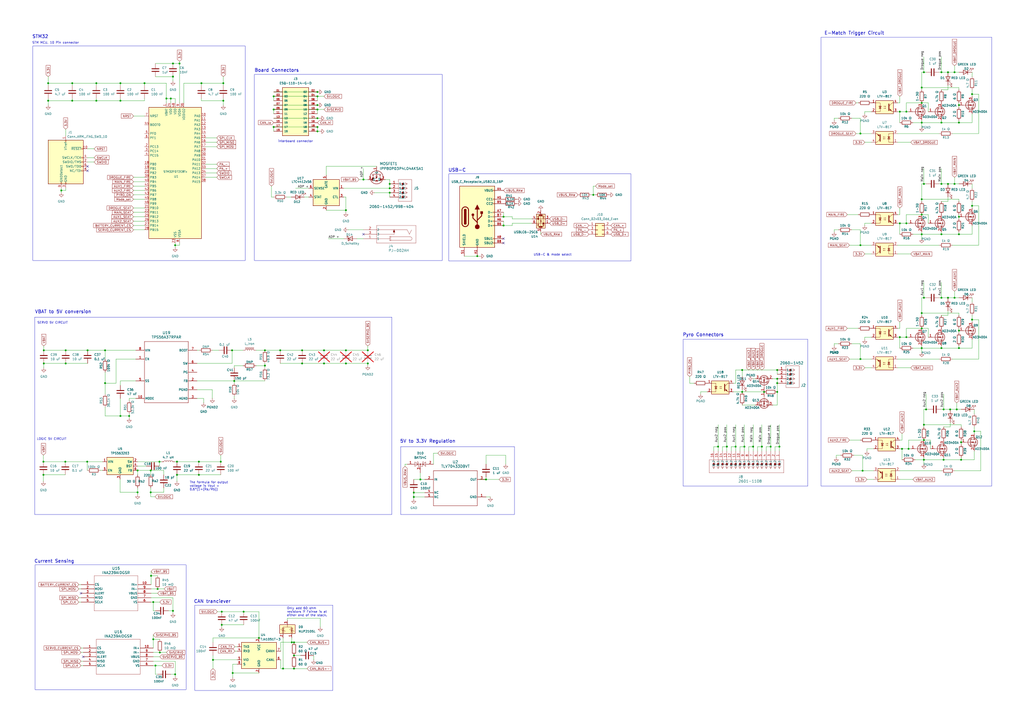
<source format=kicad_sch>
(kicad_sch (version 20250114) (generator "eeschema") (generator_version "9.0")
  (paper "A2")
  (rectangle (start 147.574 43.18) (end 256.54 151.13))
  (rectangle (start 260.35 100.838) (end 366.014 151.384))
  (text "Board Connectors" (at 160.528 40.894 0) (effects (font (size 1.905 1.905) (thickness 0.254) (bold yes))))
  (text "Pyro Connectors" (at 407.924 194.31 0) (effects (font (size 1.905 1.905) (thickness 0.254) (bold yes))))
  (text "E-Match Trigger Circuit" (at 495.554 19.304 0) (effects (font (size 1.905 1.905) (thickness 0.254) (bold yes))))
  (text "interboard connector" (at 171.45 82.042 0) (effects (font (size 1.27 1.27))))
  (text "5V to 3.3V Regulation" (at 248.158 256.032 0) (effects (font (size 1.905 1.905) (thickness 0.254) (bold yes))))
  (text "Current Sensing\n" (at 31.496 325.628 0) (effects (font (size 1.905 1.905) (thickness 0.254) (bold yes))))
  (text "STM MCU, 10 Pin connector\n" (at 32.258 24.892 0) (effects (font (size 1.27 1.27))))
  (text "STM32" (at 23.368 21.336 0) (effects (font (size 1.905 1.905) (thickness 0.254) (bold yes))))
  (text "USB-C & mode select\n" (at 320.548 147.828 0) (effects (font (size 1.27 1.27))))
  (text "USB-C" (at 265.176 98.806 0) (effects (font (size 1.905 1.905) (thickness 0.254) (bold yes))))
  (text "VBAT to 5V conversion" (at 36.6212 180.9478 0) (effects (font (size 1.905 1.905) (thickness 0.254) (bold yes))))
  (text "CAN tranciever\n" (at 123.19 348.996 0) (effects (font (size 1.905 1.905) (thickness 0.254) (bold yes))))
  (text "LOGIC 5V CIRCUIT" (at 29.972 254.762 0) (effects (font (size 1.27 1.27))))
  (text "SERVO 5V CIRCUIT" (at 30.5252 187.2978 0) (effects (font (size 1.27 1.27))))
  (text_box "" (at 113.03 351.0173 0) (size 80.01 49.53) (margins 0.9525 0.9525 0.9525 0.9525) (effects (font (size 1.27 1.27)) (justify left top)))
  (text_box "" (at 476.25 21.59 0) (size 99.06 260.35) (margins 0.9525 0.9525 0.9525 0.9525) (effects (font (size 1.27 1.27)) (justify left top)))
  (text_box "" (at 232.41 259.08 0) (size 66.04 39.37) (margins 0.9525 0.9525 0.9525 0.9525) (effects (font (size 1.27 1.27)) (justify left top)))
  (text_box "" (at 396.24 196.85 0) (size 72.39 85.09) (margins 0.9525 0.9525 0.9525 0.9525) (effects (font (size 1.27 1.27)) (justify left top)))
  (text_box "Only add 60 ohm resistors if Foinse is at either end of the stack." (at 165.463 351.0173 0) (size 25.4 10.16) (margins 0.9525 0.9525 0.9525 0.9525) (stroke (width -0.0001)) (effects (font (size 1.27 1.27)) (justify left top)))
  (text_box "" (at 20.32 327.66 0) (size 87.63 72.39) (margins 0.9525 0.9525 0.9525 0.9525) (effects (font (size 1.27 1.27)) (justify left top)))
  (text_box "" (at 19.05 26.67 0) (size 123.19 124.46) (margins 0.9525 0.9525 0.9525 0.9525) (effects (font (size 1.27 1.27)) (justify left top)))
  (text_box "The formula for output voltage is Vout = 0.6*(1+(Ra/Rb))" (at 109.0112 277.9758 0) (size 25.4 7.62) (margins 0.9525 0.9525 0.9525 0.9525) (stroke (width -0.0001)) (effects (font (size 1.27 1.27)) (justify left top)))
  (text_box "" (at 20.1112 183.9958 0) (size 207.2188 114.4542) (margins 0.9525 0.9525 0.9525 0.9525) (effects (font (size 1.27 1.27)) (justify left top)))
  (junction (at 549.91 106.68))
  (junction (at 200.66 210.82))
  (junction (at 226.06 106.68))
  (junction (at 35.56 110.49))
  (junction (at 79.8012 285.5958))
  (junction (at 556.26 201.93))
  (junction (at 447.04 259.08))
  (junction (at 100.33 36.83))
  (junction (at 60.96 203.2))
  (junction (at 276.86 148.59))
  (junction (at 96.52 57.15))
  (junction (at 153.67 203.2))
  (junction (at 534.67 71.12))
  (junction (at 553.72 106.68))
  (junction (at 101.6 142.24))
  (junction (at 547.37 266.7))
  (junction (at 421.64 259.08))
  (junction (at 551.18 237.49))
  (junction (at 25.1912 267.8158))
  (junction (at 557.53 256.54))
  (junction (at 443.23 227.33))
  (junction (at 50.8 203.2))
  (junction (at 83.82 48.26))
  (junction (at 547.37 237.49))
  (junction (at 128.633 362.4473))
  (junction (at 175.26 210.82))
  (junction (at 170.543 380.2273))
  (junction (at 100.33 44.45))
  (junction (at 554.99 237.49))
  (junction (at 184.15 60.96))
  (junction (at 200.66 203.2))
  (junction (at 134.62 203.2))
  (junction (at 226.06 109.22))
  (junction (at 25.1912 275.4358))
  (junction (at 91.44 341.63))
  (junction (at 104.14 36.83))
  (junction (at 436.88 259.08))
  (junction (at 525.78 129.54))
  (junction (at 69.85 241.3))
  (junction (at 187.96 203.2))
  (junction (at 344.17 113.03))
  (junction (at 537.21 237.49))
  (junction (at 25.4 203.2))
  (junction (at 500.38 273.05))
  (junction (at 210.82 104.14))
  (junction (at 50.5912 267.8158))
  (junction (at 535.94 41.91))
  (junction (at 240.03 285.75))
  (junction (at 25.4 210.82))
  (junction (at 74.93 241.3))
  (junction (at 292.1 125.73))
  (junction (at 549.91 41.91))
  (junction (at 162.56 203.2))
  (junction (at 534.67 181.61))
  (junction (at 556.26 135.89))
  (junction (at 55.88 48.26))
  (junction (at 534.67 115.57))
  (junction (at 69.85 48.26))
  (junction (at 187.96 210.82))
  (junction (at 88.9 349.25))
  (junction (at 546.1 201.93))
  (junction (at 175.26 203.2))
  (junction (at 129.54 58.42))
  (junction (at 416.56 259.08))
  (junction (at 115.3612 275.4358))
  (junction (at 535.94 106.68))
  (junction (at 38.1 203.2))
  (junction (at 69.85 58.42))
  (junction (at 41.91 58.42))
  (junction (at 55.88 58.42))
  (junction (at 546.1 71.12))
  (junction (at 534.67 201.93))
  (junction (at 79.8012 272.8958))
  (junction (at 184.15 53.34))
  (junction (at 549.91 172.72))
  (junction (at 525.78 195.58))
  (junction (at 546.1 106.68))
  (junction (at 450.85 222.25))
  (junction (at 535.94 246.38))
  (junction (at 292.1 130.81))
  (junction (at 158.75 63.5))
  (junction (at 99.06 57.15))
  (junction (at 134.983 390.3873))
  (junction (at 102.6612 267.8158))
  (junction (at 129.54 48.26))
  (junction (at 87.63 334.01))
  (junction (at 92.71 378.46))
  (junction (at 184.15 73.66))
  (junction (at 534.67 190.5))
  (junction (at 88.9 370.84))
  (junction (at 128.0612 267.8158))
  (junction (at 525.78 64.77))
  (junction (at 102.6612 275.4358))
  (junction (at 535.94 266.7))
  (junction (at 553.72 172.72))
  (junction (at 101.6 391.16))
  (junction (at 200.66 121.92))
  (junction (at 450.85 227.33))
  (junction (at 556.26 125.73))
  (junction (at 521.97 64.77))
  (junction (at 27.94 48.26))
  (junction (at 534.67 59.69))
  (junction (at 37.8912 267.8158))
  (junction (at 92.5012 267.8158))
  (junction (at 546.1 41.91))
  (junction (at 557.53 266.7))
  (junction (at 523.24 260.35))
  (junction (at 563.88 119.38))
  (junction (at 431.8 259.08))
  (junction (at 534.67 50.8))
  (junction (at 135.89 220.98))
  (junction (at 170.543 387.8473))
  (junction (at 123.553 382.7673))
  (junction (at 184.15 68.58))
  (junction (at 534.67 124.46))
  (junction (at 546.1 135.89))
  (junction (at 115.3612 267.8158))
  (junction (at 556.26 191.77))
  (junction (at 556.26 60.96))
  (junction (at 521.97 195.58))
  (junction (at 450.85 214.63))
  (junction (at 141.333 354.8273))
  (junction (at 90.17 386.08))
  (junction (at 535.94 255.27))
  (junction (at 184.15 63.5))
  (junction (at 281.94 278.13))
  (junction (at 499.11 208.28))
  (junction (at 527.05 260.35))
  (junction (at 184.15 76.2))
  (junction (at 116.84 48.26))
  (junction (at 60.96 222.25))
  (junction (at 452.12 259.08))
  (junction (at 521.97 129.54))
  (junction (at 430.53 214.63))
  (junction (at 441.96 259.08))
  (junction (at 41.91 48.26))
  (junction (at 153.67 212.09))
  (junction (at 563.88 185.42))
  (junction (at 170.543 372.6073))
  (junction (at 535.94 172.72))
  (junction (at 128.633 354.8273))
  (junction (at 534.67 135.89))
  (junction (at 426.72 259.08))
  (junction (at 213.36 210.82))
  (junction (at 556.26 71.12))
  (junction (at 226.06 111.76))
  (junction (at 87.4212 285.5958))
  (junction (at 158.75 73.66))
  (junction (at 243.84 278.13))
  (junction (at 563.88 54.61))
  (junction (at 100.33 354.33))
  (junction (at 38.1 210.82))
  (junction (at 150.223 370.0673))
  (junction (at 553.72 41.91))
  (junction (at 565.15 250.19))
  (junction (at 164.193 387.8473))
  (junction (at 213.36 203.2))
  (junction (at 87.4212 272.8958))
  (junction (at 430.53 227.33))
  (junction (at 184.15 55.88))
  (junction (at 169.273 372.6073))
  (junction (at 450.85 219.71))
  (junction (at 499.11 142.24))
  (junction (at 240.03 288.29))
  (junction (at 546.1 172.72))
  (junction (at 27.94 58.42))
  (junction (at 158.75 55.88))
  (junction (at 499.11 77.47))
  (no_connect (at 50.8 99.06))
  (no_connect (at 292.1 140.97))
  (no_connect (at 210.82 135.89))
  (no_connect (at 292.1 138.43))
  (no_connect (at 50.8 96.52))
  (no_connect (at 46.99 344.17))
  (no_connect (at 48.26 381))
  (wire (pts (xy 521.97 129.54) (xy 520.7 129.54)))
  (wire (pts (xy 439.42 261.62) (xy 439.42 259.08)))
  (wire (pts (xy 546.1 106.68) (xy 549.91 106.68)))
  (wire (pts (xy 171.45 109.22) (xy 179.07 109.22)))
  (wire (pts (xy 499.11 77.47) (xy 505.46 77.47)))
  (wire (pts (xy 79.8012 283.0558) (xy 79.8012 285.5958)))
  (wire (pts (xy 547.37 228.6) (xy 547.37 237.49)))
  (wire (pts (xy 208.28 104.14) (xy 210.82 104.14)))
  (wire (pts (xy 281.94 276.86) (xy 281.94 278.13)))
  (wire (pts (xy 243.84 278.13) (xy 246.38 278.13)))
  (wire (pts (xy 101.6 383.54) (xy 101.6 391.16)))
  (wire (pts (xy 568.96 250.19) (xy 568.96 273.05)))
  (wire (pts (xy 546.1 201.93) (xy 546.1 200.66)))
  (wire (pts (xy 41.91 48.26) (xy 41.91 49.53)))
  (wire (pts (xy 35.56 109.22) (xy 35.56 110.49)))
  (wire (pts (xy 92.5012 270.3558) (xy 92.5012 267.8158)))
  (wire (pts (xy 345.44 107.95) (xy 344.17 107.95)))
  (wire (pts (xy 546.1 135.89) (xy 546.1 134.62)))
  (wire (pts (xy 106.68 48.26) (xy 106.68 59.69)))
  (wire (pts (xy 525.78 59.69) (xy 534.67 59.69)))
  (wire (pts (xy 557.53 247.65) (xy 557.53 246.38)))
  (wire (pts (xy 157.48 114.3) (xy 158.75 114.3)))
  (wire (pts (xy 557.53 256.54) (xy 557.53 257.81)))
  (wire (pts (xy 88.9 386.08) (xy 90.17 386.08)))
  (wire (pts (xy 436.88 219.71) (xy 438.15 219.71)))
  (wire (pts (xy 500.38 264.16) (xy 500.38 273.05)))
  (wire (pts (xy 419.1 261.62) (xy 419.1 259.08)))
  (wire (pts (xy 416.56 259.08) (xy 416.56 261.62)))
  (wire (pts (xy 69.85 220.98) (xy 69.85 223.52)))
  (wire (pts (xy 79.8012 270.3558) (xy 84.8812 270.3558)))
  (wire (pts (xy 158.75 63.5) (xy 158.75 66.04)))
  (wire (pts (xy 77.47 125.73) (xy 83.82 125.73)))
  (wire (pts (xy 55.88 48.26) (xy 55.88 49.53)))
  (wire (pts (xy 534.67 135.89) (xy 534.67 134.62)))
  (wire (pts (xy 565.15 250.19) (xy 565.15 251.46)))
  (wire (pts (xy 99.06 391.16) (xy 101.6 391.16)))
  (wire (pts (xy 77.47 113.03) (xy 83.82 113.03)))
  (wire (pts (xy 556.26 191.77) (xy 556.26 193.04)))
  (wire (pts (xy 118.11 231.14) (xy 114.3 231.14)))
  (wire (pts (xy 523.24 255.27) (xy 521.97 255.27)))
  (wire (pts (xy 114.3 226.06) (xy 123.19 226.06)))
  (wire (pts (xy 226.06 111.76) (xy 226.06 114.3)))
  (wire (pts (xy 297.18 125.73) (xy 292.1 125.73)))
  (wire (pts (xy 448.31 219.71) (xy 450.85 219.71)))
  (wire (pts (xy 96.52 57.15) (xy 99.06 57.15)))
  (wire (pts (xy 114.3 220.98) (xy 135.89 220.98)))
  (wire (pts (xy 278.13 278.13) (xy 281.94 278.13)))
  (wire (pts (xy 436.88 259.08) (xy 436.88 261.62)))
  (wire (pts (xy 563.88 185.42) (xy 563.88 186.69)))
  (wire (pts (xy 223.52 104.14) (xy 226.06 104.14)))
  (wire (pts (xy 96.52 57.15) (xy 96.52 59.69)))
  (wire (pts (xy 69.85 231.14) (xy 69.85 241.3)))
  (wire (pts (xy 158.75 68.58) (xy 184.15 68.58)))
  (wire (pts (xy 521.97 190.5) (xy 520.7 190.5)))
  (wire (pts (xy 450.85 234.95) (xy 450.85 227.33)))
  (wire (pts (xy 535.94 33.02) (xy 535.94 41.91)))
  (wire (pts (xy 425.45 227.33) (xy 430.53 227.33)))
  (wire (pts (xy 525.78 195.58) (xy 521.97 195.58)))
  (wire (pts (xy 544.83 41.91) (xy 546.1 41.91)))
  (wire (pts (xy 77.47 120.65) (xy 83.82 120.65)))
  (wire (pts (xy 565.15 237.49) (xy 565.15 240.03)))
  (wire (pts (xy 567.69 185.42) (xy 567.69 208.28)))
  (wire (pts (xy 46.99 378.46) (xy 48.26 378.46)))
  (wire (pts (xy 563.88 54.61) (xy 563.88 55.88)))
  (wire (pts (xy 60.96 203.2) (xy 78.74 203.2)))
  (wire (pts (xy 135.89 213.36) (xy 135.89 212.09)))
  (wire (pts (xy 563.88 106.68) (xy 563.88 109.22)))
  (wire (pts (xy 344.17 113.03) (xy 345.44 113.03)))
  (wire (pts (xy 499.11 199.39) (xy 499.11 208.28)))
  (wire (pts (xy 344.17 107.95) (xy 344.17 113.03)))
  (wire (pts (xy 88.9 370.84) (xy 88.9 375.92)))
  (wire (pts (xy 123.553 370.0673) (xy 150.223 370.0673)))
  (wire (pts (xy 494.03 68.58) (xy 499.11 68.58)))
  (wire (pts (xy 74.93 241.3) (xy 74.93 242.57)))
  (wire (pts (xy 27.94 48.26) (xy 27.94 49.53)))
  (wire (pts (xy 87.63 331.47) (xy 87.63 334.01)))
  (wire (pts (xy 104.14 36.83) (xy 100.33 36.83)))
  (wire (pts (xy 551.18 237.49) (xy 554.99 237.49)))
  (wire (pts (xy 128.633 354.8273) (xy 141.333 354.8273)))
  (wire (pts (xy 129.54 58.42) (xy 129.54 57.15)))
  (wire (pts (xy 27.94 58.42) (xy 27.94 60.96)))
  (wire (pts (xy 551.18 245.11) (xy 551.18 247.65)))
  (wire (pts (xy 104.14 35.56) (xy 104.14 36.83)))
  (wire (pts (xy 210.82 97.79) (xy 210.82 104.14)))
  (wire (pts (xy 556.26 134.62) (xy 556.26 135.89)))
  (wire (pts (xy 102.6612 275.4358) (xy 102.6612 279.2458)))
  (wire (pts (xy 567.69 54.61) (xy 567.69 77.47)))
  (wire (pts (xy 553.72 106.68) (xy 556.26 106.68)))
  (wire (pts (xy 521.97 120.65) (xy 521.97 124.46)))
  (wire (pts (xy 170.543 387.8473) (xy 164.193 387.8473)))
  (wire (pts (xy 534.67 124.46) (xy 538.48 124.46)))
  (wire (pts (xy 101.6 142.24) (xy 104.14 142.24)))
  (wire (pts (xy 527.05 255.27) (xy 535.94 255.27)))
  (wire (pts (xy 234.95 269.24) (xy 234.95 270.51)))
  (wire (pts (xy 501.65 82.55) (xy 505.46 82.55)))
  (wire (pts (xy 534.67 181.61) (xy 556.26 181.61)))
  (wire (pts (xy 148.59 203.2) (xy 153.67 203.2)))
  (wire (pts (xy 535.94 41.91) (xy 537.21 41.91)))
  (wire (pts (xy 116.84 48.26) (xy 106.68 48.26)))
  (wire (pts (xy 534.67 71.12) (xy 546.1 71.12)))
  (wire (pts (xy 554.99 237.49) (xy 557.53 237.49)))
  (wire (pts (xy 79.8012 275.4358) (xy 79.8012 272.8958)))
  (wire (pts (xy 521.97 186.69) (xy 521.97 190.5)))
  (wire (pts (xy 538.48 59.69) (xy 538.48 64.77)))
  (wire (pts (xy 100.33 354.33) (xy 100.33 355.6)))
  (wire (pts (xy 166.733 358.6373) (xy 185.783 358.6373)))
  (wire (pts (xy 483.87 69.85) (xy 483.87 68.58)))
  (wire (pts (xy 483.87 200.66) (xy 483.87 199.39)))
  (wire (pts (xy 115.3612 275.4358) (xy 128.0612 275.4358)))
  (wire (pts (xy 297.18 127) (xy 297.18 125.73)))
  (wire (pts (xy 447.04 259.08) (xy 447.04 261.62)))
  (wire (pts (xy 554.99 233.68) (xy 554.99 237.49)))
  (wire (pts (xy 123.553 382.7673) (xy 123.553 387.8473)))
  (wire (pts (xy 552.45 77.47) (xy 567.69 77.47)))
  (wire (pts (xy 60.96 203.2) (xy 60.96 208.28)))
  (wire (pts (xy 126.093 354.8273) (xy 128.633 354.8273)))
  (wire (pts (xy 501.65 147.32) (xy 505.46 147.32)))
  (wire (pts (xy 74.93 231.14) (xy 74.93 232.41)))
  (wire (pts (xy 521.97 195.58) (xy 521.97 201.93)))
  (wire (pts (xy 492.76 208.28) (xy 499.11 208.28)))
  (wire (pts (xy 520.7 77.47) (xy 544.83 77.47)))
  (wire (pts (xy 447.04 259.08) (xy 444.5 259.08)))
  (wire (pts (xy 119.38 95.25) (xy 125.73 95.25)))
  (wire (pts (xy 527.05 64.77) (xy 525.78 64.77)))
  (wire (pts (xy 77.47 102.87) (xy 83.82 102.87)))
  (wire (pts (xy 45.72 341.63) (xy 46.99 341.63)))
  (wire (pts (xy 184.15 73.66) (xy 184.15 76.2)))
  (wire (pts (xy 134.983 390.3873) (xy 150.223 390.3873)))
  (wire (pts (xy 568.96 250.19) (xy 565.15 250.19)))
  (wire (pts (xy 535.94 106.68) (xy 537.21 106.68)))
  (wire (pts (xy 430.53 226.06) (xy 430.53 227.33)))
  (wire (pts (xy 546.1 163.83) (xy 546.1 172.72)))
  (wire (pts (xy 534.67 115.57) (xy 534.67 116.84)))
  (wire (pts (xy 535.94 255.27) (xy 539.75 255.27)))
  (wire (pts (xy 521.97 273.05) (xy 546.1 273.05)))
  (wire (pts (xy 535.94 246.38) (xy 557.53 246.38)))
  (wire (pts (xy 492.76 255.27) (xy 499.11 255.27)))
  (wire (pts (xy 426.72 214.63) (xy 426.72 222.25)))
  (wire (pts (xy 565.15 261.62) (xy 565.15 266.7)))
  (wire (pts (xy 452.12 259.08) (xy 449.58 259.08)))
  (wire (pts (xy 281.94 264.16) (xy 281.94 269.24)))
  (wire (pts (xy 88.9 383.54) (xy 101.6 383.54)))
  (wire (pts (xy 95.0412 283.0558) (xy 95.0412 285.5958)))
  (wire (pts (xy 525.78 129.54) (xy 521.97 129.54)))
  (wire (pts (xy 565.15 247.65) (xy 565.15 250.19)))
  (wire (pts (xy 99.06 57.15) (xy 101.6 57.15)))
  (wire (pts (xy 158.75 55.88) (xy 184.15 55.88)))
  (wire (pts (xy 485.14 265.43) (xy 485.14 264.16)))
  (wire (pts (xy 134.983 390.3873) (xy 134.983 392.9273)))
  (wire (pts (xy 200.66 114.3) (xy 200.66 121.92)))
  (wire (pts (xy 74.93 240.03) (xy 74.93 241.3)))
  (wire (pts (xy 281.94 278.13) (xy 289.56 278.13)))
  (wire (pts (xy 25.1912 275.4358) (xy 37.8912 275.4358)))
  (wire (pts (xy 135.89 231.14) (xy 135.89 229.87)))
  (wire (pts (xy 240.03 285.75) (xy 240.03 288.29)))
  (wire (pts (xy 494.03 273.05) (xy 500.38 273.05)))
  (wire (pts (xy 563.88 130.81) (xy 563.88 135.89)))
  (wire (pts (xy 293.37 269.24) (xy 293.37 264.16)))
  (wire (pts (xy 189.23 96.52) (xy 218.44 96.52)))
  (wire (pts (xy 544.83 106.68) (xy 546.1 106.68)))
  (wire (pts (xy 46.99 375.92) (xy 48.26 375.92)))
  (wire (pts (xy 240.03 288.29) (xy 246.38 288.29)))
  (wire (pts (xy 164.193 387.8473) (xy 162.923 387.8473)))
  (wire (pts (xy 527.05 129.54) (xy 525.78 129.54)))
  (wire (pts (xy 342.9 113.03) (xy 344.17 113.03)))
  (wire (pts (xy 452.12 259.08) (xy 452.12 261.62)))
  (wire (pts (xy 293.37 264.16) (xy 281.94 264.16)))
  (wire (pts (xy 450.85 214.63) (xy 450.85 217.17)))
  (wire (pts (xy 207.01 138.43) (xy 210.82 138.43)))
  (wire (pts (xy 525.78 64.77) (xy 521.97 64.77)))
  (wire (pts (xy 200.66 203.2) (xy 213.36 203.2)))
  (wire (pts (xy 521.97 64.77) (xy 521.97 71.12)))
  (wire (pts (xy 96.52 48.26) (xy 96.52 57.15)))
  (wire (pts (xy 448.31 234.95) (xy 450.85 234.95)))
  (wire (pts (xy 199.39 109.22) (xy 226.06 109.22)))
  (wire (pts (xy 534.67 135.89) (xy 546.1 135.89)))
  (wire (pts (xy 491.49 190.5) (xy 497.84 190.5)))
  (wire (pts (xy 494.03 199.39) (xy 499.11 199.39)))
  (wire (pts (xy 521.97 278.13) (xy 529.59 278.13)))
  (wire (pts (xy 534.67 115.57) (xy 556.26 115.57)))
  (wire (pts (xy 534.67 41.91) (xy 534.67 50.8)))
  (wire (pts (xy 38.1 203.2) (xy 50.8 203.2)))
  (wire (pts (xy 563.88 182.88) (xy 563.88 185.42)))
  (wire (pts (xy 134.983 385.3073) (xy 134.983 390.3873)))
  (wire (pts (xy 83.82 48.26) (xy 83.82 49.53)))
  (wire (pts (xy 529.59 201.93) (xy 534.67 201.93)))
  (wire (pts (xy 436.88 259.08) (xy 434.34 259.08)))
  (wire (pts (xy 485.14 264.16) (xy 487.68 264.16)))
  (wire (pts (xy 521.97 55.88) (xy 521.97 59.69)))
  (wire (pts (xy 546.1 172.72) (xy 549.91 172.72)))
  (wire (pts (xy 101.6 391.16) (xy 101.6 392.43)))
  (wire (pts (xy 528.32 260.35) (xy 527.05 260.35)))
  (wire (pts (xy 534.67 50.8) (xy 534.67 52.07)))
  (wire (pts (xy 119.38 97.79) (xy 125.73 97.79)))
  (wire (pts (xy 123.553 372.6073) (xy 123.553 370.0673)))
  (wire (pts (xy 88.9 349.25) (xy 92.71 349.25)))
  (wire (pts (xy 158.75 73.66) (xy 158.75 76.2)))
  (wire (pts (xy 421.64 259.08) (xy 419.1 259.08)))
  (wire (pts (xy 525.78 64.77) (xy 525.78 59.69)))
  (wire (pts (xy 553.72 102.87) (xy 553.72 106.68)))
  (wire (pts (xy 41.91 48.26) (xy 55.88 48.26)))
  (wire (pts (xy 527.05 260.35) (xy 527.05 255.27)))
  (wire (pts (xy 45.72 346.71) (xy 46.99 346.71)))
  (wire (pts (xy 308.61 129.54) (xy 297.18 129.54)))
  (wire (pts (xy 87.4212 288.1358) (xy 89.9612 288.1358)))
  (wire (pts (xy 426.72 246.38) (xy 426.72 259.08)))
  (wire (pts (xy 426.72 259.08) (xy 424.18 259.08)))
  (wire (pts (xy 189.23 121.92) (xy 200.66 121.92)))
  (wire (pts (xy 83.82 48.26) (xy 96.52 48.26)))
  (wire (pts (xy 136.253 377.6873) (xy 137.523 377.6873)))
  (wire (pts (xy 77.47 128.27) (xy 83.82 128.27)))
  (wire (pts (xy 77.47 107.95) (xy 83.82 107.95)))
  (wire (pts (xy 100.33 36.83) (xy 90.17 36.83)))
  (wire (pts (xy 25.4 210.82) (xy 38.1 210.82)))
  (wire (pts (xy 123.553 382.7673) (xy 137.523 382.7673)))
  (wire (pts (xy 441.96 259.08) (xy 441.96 261.62)))
  (wire (pts (xy 556.26 135.89) (xy 563.88 135.89)))
  (wire (pts (xy 567.69 185.42) (xy 563.88 185.42)))
  (wire (pts (xy 556.26 71.12) (xy 563.88 71.12)))
  (wire (pts (xy 547.37 266.7) (xy 557.53 266.7)))
  (wire (pts (xy 525.78 124.46) (xy 534.67 124.46)))
  (wire (pts (xy 537.21 228.6) (xy 537.21 237.49)))
  (wire (pts (xy 240.03 288.29) (xy 240.03 289.56)))
  (wire (pts (xy 169.273 370.0673) (xy 169.273 372.6073)))
  (wire (pts (xy 499.11 142.24) (xy 505.46 142.24)))
  (wire (pts (xy 563.88 116.84) (xy 563.88 119.38)))
  (wire (pts (xy 430.53 218.44) (xy 430.53 214.63)))
  (wire (pts (xy 69.85 241.3) (xy 60.96 241.3)))
  (wire (pts (xy 544.83 172.72) (xy 546.1 172.72)))
  (wire (pts (xy 38.1 110.49) (xy 38.1 109.22)))
  (wire (pts (xy 520.7 82.55) (xy 528.32 82.55)))
  (wire (pts (xy 119.38 82.55) (xy 125.73 82.55)))
  (wire (pts (xy 69.85 58.42) (xy 83.82 58.42)))
  (wire (pts (xy 38.1 74.93) (xy 38.1 78.74)))
  (wire (pts (xy 547.37 237.49) (xy 551.18 237.49)))
  (wire (pts (xy 556.26 69.85) (xy 556.26 71.12)))
  (wire (pts (xy 50.8 203.2) (xy 60.96 203.2)))
  (wire (pts (xy 25.1912 275.4358) (xy 25.1912 279.2458)))
  (wire (pts (xy 69.85 48.26) (xy 83.82 48.26)))
  (wire (pts (xy 123.553 380.2273) (xy 123.553 382.7673)))
  (wire (pts (xy 483.87 133.35) (xy 486.41 133.35)))
  (wire (pts (xy 87.63 341.63) (xy 91.44 341.63)))
  (wire (pts (xy 534.67 135.89) (xy 534.67 138.43)))
  (wire (pts (xy 429.26 261.62) (xy 429.26 259.08)))
  (wire (pts (xy 150.223 354.8273) (xy 150.223 370.0673)))
  (wire (pts (xy 251.46 269.24) (xy 251.46 262.89)))
  (wire (pts (xy 546.1 52.07) (xy 549.91 52.07)))
  (wire (pts (xy 135.89 220.98) (xy 135.89 222.25)))
  (wire (pts (xy 521.97 195.58) (xy 520.7 195.58)))
  (wire (pts (xy 158.75 58.42) (xy 158.75 55.88)))
  (wire (pts (xy 553.72 38.1) (xy 553.72 41.91)))
  (wire (pts (xy 450.85 222.25) (xy 450.85 227.33)))
  (wire (pts (xy 483.87 199.39) (xy 486.41 199.39)))
  (wire (pts (xy 119.38 80.01) (xy 125.73 80.01)))
  (wire (pts (xy 563.88 172.72) (xy 563.88 175.26)))
  (wire (pts (xy 534.67 59.69) (xy 538.48 59.69)))
  (wire (pts (xy 77.47 115.57) (xy 83.82 115.57)))
  (wire (pts (xy 141.333 354.8273) (xy 150.223 354.8273)))
  (wire (pts (xy 556.26 124.46) (xy 556.26 125.73)))
  (wire (pts (xy 557.53 255.27) (xy 557.53 256.54)))
  (wire (pts (xy 83.82 58.42) (xy 83.82 57.15)))
  (wire (pts (xy 137.523 385.3073) (xy 134.983 385.3073)))
  (wire (pts (xy 25.4 200.66) (xy 25.4 203.2)))
  (wire (pts (xy 100.33 346.71) (xy 100.33 354.33)))
  (wire (pts (xy 563.88 52.07) (xy 563.88 54.61)))
  (wire (pts (xy 534.67 201.93) (xy 534.67 200.66)))
  (wire (pts (xy 431.8 259.08) (xy 431.8 261.62)))
  (wire (pts (xy 102.6612 275.4358) (xy 115.3612 275.4358)))
  (wire (pts (xy 523.24 260.35) (xy 521.97 260.35)))
  (wire (pts (xy 549.91 41.91) (xy 553.72 41.91)))
  (wire (pts (xy 184.15 55.88) (xy 184.15 58.42)))
  (wire (pts (xy 537.21 237.49) (xy 538.48 237.49)))
  (wire (pts (xy 67.31 208.28) (xy 78.74 208.28)))
  (wire (pts (xy 557.53 265.43) (xy 557.53 266.7)))
  (wire (pts (xy 158.75 53.34) (xy 184.15 53.34)))
  (wire (pts (xy 50.8 91.44) (xy 54.61 91.44)))
  (wire (pts (xy 416.56 246.38) (xy 416.56 259.08)))
  (wire (pts (xy 201.93 133.35) (xy 210.82 133.35)))
  (wire (pts (xy 520.7 208.28) (xy 544.83 208.28)))
  (wire (pts (xy 500.38 273.05) (xy 506.73 273.05)))
  (wire (pts (xy 434.34 261.62) (xy 434.34 259.08)))
  (wire (pts (xy 501.65 213.36) (xy 505.46 213.36)))
  (wire (pts (xy 175.26 210.82) (xy 187.96 210.82)))
  (wire (pts (xy 114.3 203.2) (xy 115.57 203.2)))
  (wire (pts (xy 552.45 208.28) (xy 567.69 208.28)))
  (wire (pts (xy 119.38 102.87) (xy 125.73 102.87)))
  (wire (pts (xy 534.67 172.72) (xy 534.67 181.61)))
  (wire (pts (xy 185.42 76.2) (xy 184.15 76.2)))
  (wire (pts (xy 313.69 135.89) (xy 313.69 134.62)))
  (wire (pts (xy 184.15 63.5) (xy 184.15 66.04)))
  (wire (pts (xy 50.8 86.36) (xy 54.61 86.36)))
  (wire (pts (xy 50.5912 267.8158) (xy 50.5912 272.8958)))
  (wire (pts (xy 539.75 255.27) (xy 539.75 260.35)))
  (wire (pts (xy 495.3 264.16) (xy 500.38 264.16)))
  (wire (pts (xy 129.54 48.26) (xy 116.84 48.26)))
  (wire (pts (xy 292.1 128.27) (xy 292.1 130.81)))
  (wire (pts (xy 153.67 203.2) (xy 162.56 203.2)))
  (wire (pts (xy 430.53 227.33) (xy 443.23 227.33)))
  (wire (pts (xy 101.3912 267.8158) (xy 102.6612 267.8158)))
  (wire (pts (xy 494.03 133.35) (xy 499.11 133.35)))
  (wire (pts (xy 424.18 261.62) (xy 424.18 259.08)))
  (wire (pts (xy 534.67 71.12) (xy 534.67 69.85)))
  (wire (pts (xy 90.17 386.08) (xy 90.17 391.16)))
  (wire (pts (xy 41.91 58.42) (xy 41.91 57.15)))
  (wire (pts (xy 135.89 220.98) (xy 153.67 220.98)))
  (wire (pts (xy 27.94 58.42) (xy 27.94 57.15)))
  (wire (pts (xy 77.47 110.49) (xy 83.82 110.49)))
  (wire (pts (xy 77.47 130.81) (xy 83.82 130.81)))
  (wire (pts (xy 431.8 246.38) (xy 431.8 259.08)))
  (wire (pts (xy 546.1 182.88) (xy 549.91 182.88)))
  (wire (pts (xy 563.88 66.04) (xy 563.88 71.12)))
  (wire (pts (xy 496.57 77.47) (xy 499.11 77.47)))
  (wire (pts (xy 308.61 127) (xy 297.18 127)))
  (wire (pts (xy 501.65 195.58) (xy 501.65 196.85)))
  (wire (pts (xy 129.54 58.42) (xy 129.54 60.96)))
  (wire (pts (xy 187.96 203.2) (xy 200.66 203.2)))
  (wire (pts (xy 436.88 246.38) (xy 436.88 259.08)))
  (wire (pts (xy 431.8 259.08) (xy 429.26 259.08)))
  (wire (pts (xy 557.53 266.7) (xy 565.15 266.7)))
  (wire (pts (xy 88.9 368.3) (xy 88.9 370.84)))
  (wire (pts (xy 200.66 114.3) (xy 199.39 114.3)))
  (wire (pts (xy 502.92 278.13) (xy 506.73 278.13)))
  (wire (pts (xy 77.47 67.31) (xy 83.82 67.31)))
  (wire (pts (xy 534.67 172.72) (xy 535.94 172.72)))
  (wire (pts (xy 430.53 214.63) (xy 450.85 214.63)))
  (wire (pts (xy 38.1 210.82) (xy 50.8 210.82)))
  (wire (pts (xy 520.7 213.36) (xy 528.32 213.36)))
  (wire (pts (xy 529.59 71.12) (xy 534.67 71.12)))
  (wire (pts (xy 534.67 50.8) (xy 556.26 50.8)))
  (wire (pts (xy 567.69 119.38) (xy 567.69 142.24)))
  (wire (pts (xy 441.96 246.38) (xy 441.96 259.08)))
  (wire (pts (xy 546.1 116.84) (xy 549.91 116.84)))
  (wire (pts (xy 185.783 358.6373) (xy 185.783 363.7173)))
  (wire (pts (xy 90.17 386.08) (xy 93.98 386.08)))
  (wire (pts (xy 101.6 57.15) (xy 101.6 59.69)))
  (wire (pts (xy 164.193 370.0673) (xy 164.193 387.8473)))
  (wire (pts (xy 77.47 105.41) (xy 83.82 105.41)))
  (wire (pts (xy 170.543 380.2273) (xy 174.353 380.2273)))
  (wire (pts (xy 88.9 349.25) (xy 88.9 354.33)))
  (wire (pts (xy 421.64 259.08) (xy 421.64 261.62)))
  (wire (pts (xy 92.71 378.46) (xy 96.52 378.46)))
  (wire (pts (xy 87.63 346.71) (xy 100.33 346.71)))
  (wire (pts (xy 546.1 33.02) (xy 546.1 41.91)))
  (wire (pts (xy 37.8912 267.8158) (xy 50.5912 267.8158)))
  (wire (pts (xy 55.88 58.42) (xy 55.88 57.15)))
  (wire (pts (xy 116.84 48.26) (xy 116.84 49.53)))
  (wire (pts (xy 128.633 362.4473) (xy 128.633 363.7173)))
  (wire (pts (xy 27.94 58.42) (xy 41.91 58.42)))
  (wire (pts (xy 153.67 212.09) (xy 153.67 213.36)))
  (wire (pts (xy 158.75 73.66) (xy 184.15 73.66)))
  (wire (pts (xy 556.26 200.66) (xy 556.26 201.93)))
  (wire (pts (xy 55.88 58.42) (xy 69.85 58.42)))
  (wire (pts (xy 549.91 180.34) (xy 549.91 182.88)))
  (wire (pts (xy 190.5 138.43) (xy 199.39 138.43)))
  (wire (pts (xy 90.17 391.16) (xy 91.44 391.16)))
  (wire (pts (xy 87.63 334.01) (xy 87.63 339.09)))
  (wire (pts (xy 99.06 59.69) (xy 99.06 57.15)))
  (wire (pts (xy 553.72 41.91) (xy 556.26 41.91)))
  (wire (pts (xy 251.46 262.89) (xy 254 262.89)))
  (wire (pts (xy 496.57 59.69) (xy 497.84 59.69)))
  (wire (pts (xy 129.54 48.26) (xy 129.54 49.53)))
  (wire (pts (xy 88.9 378.46) (xy 92.71 378.46)))
  (wire (pts (xy 452.12 246.38) (xy 452.12 259.08)))
  (wire (pts (xy 134.62 203.2) (xy 140.97 203.2)))
  (wire (pts (xy 406.4 227.33) (xy 406.4 228.6)))
  (wire (pts (xy 134.62 203.2) (xy 134.62 210.82)))
  (wire (pts (xy 213.36 212.09) (xy 213.36 210.82)))
  (wire (pts (xy 181.973 380.2273) (xy 181.973 382.7673)))
  (wire (pts (xy 175.26 203.2) (xy 187.96 203.2)))
  (wire (pts (xy 104.14 142.24) (xy 104.14 140.97)))
  (wire (pts (xy 187.96 210.82) (xy 200.66 210.82)))
  (wire (pts (xy 69.6412 277.9758) (xy 69.6412 285.5958)))
  (wire (pts (xy 491.49 124.46) (xy 497.84 124.46)))
  (wire (pts (xy 58.2112 272.8958) (xy 59.4812 272.8958)))
  (wire (pts (xy 546.1 71.12) (xy 556.26 71.12)))
  (wire (pts (xy 118.11 233.68) (xy 118.11 231.14)))
  (wire (pts (xy 166.37 114.3) (xy 168.91 114.3)))
  (wire (pts (xy 527.05 195.58) (xy 525.78 195.58)))
  (wire (pts (xy 499.11 68.58) (xy 499.11 77.47)))
  (wire (pts (xy 525.78 195.58) (xy 525.78 190.5)))
  (wire (pts (xy 546.1 71.12) (xy 546.1 69.85)))
  (wire (pts (xy 35.56 110.49) (xy 38.1 110.49)))
  (wire (pts (xy 523.24 251.46) (xy 523.24 255.27)))
  (wire (pts (xy 226.06 104.14) (xy 226.06 106.68)))
  (wire (pts (xy 547.37 247.65) (xy 551.18 247.65)))
  (wire (pts (xy 426.72 214.63) (xy 430.53 214.63)))
  (wire (pts (xy 538.48 190.5) (xy 538.48 195.58)))
  (wire (pts (xy 546.1 237.49) (xy 547.37 237.49)))
  (wire (pts (xy 441.96 259.08) (xy 439.42 259.08)))
  (wire (pts (xy 101.6 140.97) (xy 101.6 142.24)))
  (wire (pts (xy 281.94 288.29) (xy 284.48 288.29)))
  (wire (pts (xy 27.94 48.26) (xy 41.91 48.26)))
  (wire (pts (xy 116.84 58.42) (xy 116.84 57.15)))
  (wire (pts (xy 170.543 372.6073) (xy 178.163 372.6073)))
  (wire (pts (xy 529.59 135.89) (xy 534.67 135.89)))
  (wire (pts (xy 549.91 49.53) (xy 549.91 52.07)))
  (wire (pts (xy 157.48 107.95) (xy 157.48 114.3)))
  (wire (pts (xy 128.0612 264.0058) (xy 128.0612 267.8158)))
  (wire (pts (xy 535.94 237.49) (xy 535.94 246.38)))
  (wire (pts (xy 556.26 116.84) (xy 556.26 115.57)))
  (wire (pts (xy 563.88 119.38) (xy 563.88 120.65)))
  (wire (pts (xy 243.84 274.32) (xy 243.84 278.13)))
  (wire (pts (xy 520.7 142.24) (xy 544.83 142.24)))
  (wire (pts (xy 69.85 58.42) (xy 69.85 57.15)))
  (wire (pts (xy 534.67 181.61) (xy 534.67 182.88)))
  (wire (pts (xy 79.8012 285.5958) (xy 79.8012 286.8658)))
  (wire (pts (xy 506.73 260.35) (xy 502.92 260.35)))
  (wire (pts (xy 549.91 172.72) (xy 553.72 172.72)))
  (wire (pts (xy 115.3612 267.8158) (xy 128.0612 267.8158)))
  (wire (pts (xy 93.7712 267.8158) (xy 92.5012 267.8158)))
  (wire (pts (xy 119.38 85.09) (xy 125.73 85.09)))
  (wire (pts (xy 162.923 387.8473) (xy 162.923 382.7673)))
  (wire (pts (xy 556.26 59.69) (xy 556.26 60.96)))
  (wire (pts (xy 60.96 222.25) (xy 60.96 228.6)))
  (wire (pts (xy 102.6612 267.8158) (xy 115.3612 267.8158)))
  (wire (pts (xy 69.85 48.26) (xy 69.85 49.53)))
  (wire (pts (xy 449.58 261.62) (xy 449.58 259.08)))
  (wire (pts (xy 200.66 210.82) (xy 213.36 210.82)))
  (wire (pts (xy 134.62 210.82) (xy 114.3 210.82)))
  (wire (pts (xy 534.67 71.12) (xy 534.67 73.66)))
  (wire (pts (xy 67.31 222.25) (xy 67.31 208.28)))
  (wire (pts (xy 553.72 273.05) (xy 568.96 273.05)))
  (wire (pts (xy 226.06 106.68) (xy 226.06 109.22)))
  (wire (pts (xy 535.94 97.79) (xy 535.94 106.68)))
  (wire (pts (xy 87.4212 285.5958) (xy 87.4212 288.1358)))
  (wire (pts (xy 499.11 133.35) (xy 499.11 142.24)))
  (wire (pts (xy 501.65 129.54) (xy 501.65 130.81)))
  (wire (pts (xy 166.733 359.9073) (xy 166.733 358.6373)))
  (wire (pts (xy 69.85 241.3) (xy 74.93 241.3)))
  (wire (pts (xy 60.96 215.9) (xy 60.96 222.25)))
  (wire (pts (xy 87.4212 272.8958) (xy 95.0412 272.8958)))
  (wire (pts (xy 410.21 227.33) (xy 406.4 227.33)))
  (wire (pts (xy 87.63 349.25) (xy 88.9 349.25)))
  (wire (pts (xy 483.87 68.58) (xy 486.41 68.58)))
  (wire (pts (xy 567.69 119.38) (xy 563.88 119.38)))
  (wire (pts (xy 88.9 381) (xy 92.71 381)))
  (wire (pts (xy 50.8 93.98) (xy 54.61 93.98)))
  (wire (pts (xy 567.69 54.61) (xy 563.88 54.61)))
  (wire (pts (xy 534.67 201.93) (xy 546.1 201.93)))
  (wire (pts (xy 162.56 210.82) (xy 175.26 210.82)))
  (wire (pts (xy 534.67 190.5) (xy 538.48 190.5)))
  (wire (pts (xy 501.65 64.77) (xy 501.65 66.04)))
  (wire (pts (xy 213.36 203.2) (xy 213.36 200.66)))
  (wire (pts (xy 556.26 190.5) (xy 556.26 191.77)))
  (wire (pts (xy 535.94 266.7) (xy 535.94 265.43)))
  (wire (pts (xy 136.253 375.1473) (xy 137.523 375.1473)))
  (wire (pts (xy 534.67 106.68) (xy 535.94 106.68)))
  (wire (pts (xy 426.72 222.25) (xy 425.45 222.25)))
  (wire (pts (xy 210.82 104.14) (xy 213.36 104.14)))
  (wire (pts (xy 129.54 58.42) (xy 116.84 58.42)))
  (wire (pts (xy 87.4212 283.0558) (xy 87.4212 285.5958)))
  (wire (pts (xy 158.75 63.5) (xy 184.15 63.5)))
  (wire (pts (xy 158.75 60.96) (xy 184.15 60.96)))
  (wire (pts (xy 292.1 130.81) (xy 297.18 130.81)))
  (wire (pts (xy 521.97 124.46) (xy 520.7 124.46)))
  (wire (pts (xy 69.6412 285.5958) (xy 79.8012 285.5958)))
  (wire (pts (xy 556.26 52.07) (xy 556.26 50.8)))
  (wire (pts (xy 547.37 266.7) (xy 547.37 265.43)))
  (wire (pts (xy 50.5912 267.8158) (xy 59.4812 267.8158)))
  (wire (pts (xy 119.38 100.33) (xy 125.73 100.33)))
  (wire (pts (xy 563.88 41.91) (xy 563.88 44.45)))
  (wire (pts (xy 97.79 354.33) (xy 100.33 354.33)))
  (wire (pts (xy 414.02 261.62) (xy 414.02 259.08)))
  (wire (pts (xy 185.42 68.58) (xy 184.15 68.58)))
  (wire (pts (xy 92.5012 267.8158) (xy 79.8012 267.8158)))
  (wire (pts (xy 521.97 129.54) (xy 521.97 135.89)))
  (wire (pts (xy 534.67 201.93) (xy 534.67 204.47)))
  (wire (pts (xy 100.33 44.45) (xy 100.33 46.99)))
  (wire (pts (xy 535.94 246.38) (xy 535.94 247.65)))
  (wire (pts (xy 189.23 101.6) (xy 189.23 96.52)))
  (wire (pts (xy 60.96 236.22) (xy 60.96 241.3)))
  (wire (pts (xy 421.64 246.38) (xy 421.64 259.08)))
  (wire (pts (xy 535.94 163.83) (xy 535.94 172.72)))
  (wire (pts (xy 162.923 372.6073) (xy 169.273 372.6073)))
  (wire (pts (xy 236.22 269.24) (xy 234.95 269.24)))
  (wire (pts (xy 184.15 63.5) (xy 187.96 63.5)))
  (wire (pts (xy 535.94 237.49) (xy 537.21 237.49)))
  (wire (pts (xy 502.92 260.35) (xy 502.92 261.62)))
  (wire (pts (xy 549.91 106.68) (xy 553.72 106.68)))
  (wire (pts (xy 101.6 142.24) (xy 101.6 143.51)))
  (wire (pts (xy 546.1 41.91) (xy 549.91 41.91)))
  (wire (pts (xy 530.86 266.7) (xy 535.94 266.7)))
  (wire (pts (xy 184.15 55.88) (xy 187.96 55.88)))
  (wire (pts (xy 25.4 203.2) (xy 38.1 203.2)))
  (wire (pts (xy 46.99 383.54) (xy 48.26 383.54)))
  (wire (pts (xy 79.8012 272.8958) (xy 87.4212 272.8958)))
  (wire (pts (xy 505.46 64.77) (xy 501.65 64.77)))
  (wire (pts (xy 87.63 344.17) (xy 91.44 344.17)))
  (wire (pts (xy 546.1 201.93) (xy 556.26 201.93)))
  (wire (pts (xy 95.0412 275.4358) (xy 95.0412 272.8958)))
  (wire (pts (xy 25.1912 267.8158) (xy 37.8912 267.8158)))
  (wire (pts (xy 556.26 201.93) (xy 563.88 201.93)))
  (wire (pts (xy 447.04 246.38) (xy 447.04 259.08)))
  (wire (pts (xy 538.48 124.46) (xy 538.48 129.54)))
  (wire (pts (xy 556.26 60.96) (xy 556.26 62.23)))
  (wire (pts (xy 444.5 261.62) (xy 444.5 259.08)))
  (wire (pts (xy 91.44 341.63) (xy 95.25 341.63)))
  (wire (pts (xy 534.67 41.91) (xy 535.94 41.91)))
  (wire (pts (xy 78.74 231.14) (xy 74.93 231.14)))
  (wire (pts (xy 48.26 386.08) (xy 46.99 386.08)))
  (wire (pts (xy 27.94 44.45) (xy 27.94 48.26)))
  (wire (pts (xy 41.91 58.42) (xy 55.88 58.42)))
  (wire (pts (xy 426.72 259.08) (xy 426.72 261.62)))
  (wire (pts (xy 135.89 212.09) (xy 140.97 212.09)))
  (wire (pts (xy 100.33 44.45) (xy 90.17 44.45)))
  (wire (pts (xy 35.56 110.49) (xy 35.56 111.76)))
  (wire (pts (xy 527.05 260.35) (xy 523.24 260.35)))
  (wire (pts (xy 129.54 44.45) (xy 129.54 48.26)))
  (wire (pts (xy 276.86 148.59) (xy 278.13 148.59)))
  (wire (pts (xy 176.53 114.3) (xy 179.07 114.3)))
  (wire (pts (xy 77.47 133.35) (xy 83.82 133.35)))
  (wire (pts (xy 553.72 172.72) (xy 556.26 172.72)))
  (wire (pts (xy 55.88 48.26) (xy 69.85 48.26)))
  (wire (pts (xy 483.87 134.62) (xy 483.87 133.35)))
  (wire (pts (xy 556.26 182.88) (xy 556.26 181.61)))
  (wire (pts (xy 104.14 36.83) (xy 104.14 59.69)))
  (wire (pts (xy 178.163 387.8473) (xy 170.543 387.8473)))
  (wire (pts (xy 87.4212 285.5958) (xy 95.0412 285.5958)))
  (wire (pts (xy 200.66 121.92) (xy 200.66 123.19)))
  (wire (pts (xy 505.46 195.58) (xy 501.65 195.58)))
  (wire (pts (xy 162.923 372.6073) (xy 162.923 377.6873)))
  (wire (pts (xy 240.03 278.13) (xy 243.84 278.13)))
  (wire (pts (xy 535.94 266.7) (xy 535.94 269.24)))
  (wire (pts (xy 521.97 64.77) (xy 520.7 64.77)))
  (wire (pts (xy 123.19 203.2) (xy 127 203.2)))
  (wire (pts (xy 240.03 285.75) (xy 246.38 285.75)))
  (wire (pts (xy 123.19 226.06) (xy 123.19 231.14)))
  (wire (pts (xy 499.11 208.28) (xy 505.46 208.28)))
  (wire (pts (xy 292.1 123.19) (xy 292.1 125.73)))
  (wire (pts (xy 88.9 370.84) (xy 92.71 370.84)))
  (wire (pts (xy 520.7 147.32) (xy 528.32 147.32)))
  (wire (pts (xy 169.273 372.6073) (xy 170.543 372.6073)))
  (wire (pts (xy 430.53 234.95) (xy 438.15 234.95)))
  (wire (pts (xy 416.56 259.08) (xy 414.02 259.08)))
  (wire (pts (xy 25.4 210.82) (xy 25.4 213.36)))
  (wire (pts (xy 546.1 135.89) (xy 556.26 135.89)))
  (wire (pts (xy 535.94 172.72) (xy 537.21 172.72)))
  (wire (pts (xy 523.24 260.35) (xy 523.24 266.7)))
  (wire (pts (xy 77.47 123.19) (xy 83.82 123.19)))
  (wire (pts (xy 87.4212 272.8958) (xy 87.4212 275.4358)))
  (wire (pts (xy 492.76 142.24) (xy 499.11 142.24)))
  (wire (pts (xy 556.26 125.73) (xy 556.26 127)))
  (wire (pts (xy 400.05 222.25) (xy 402.59 222.25)))
  (wire (pts (xy 148.59 212.09) (xy 153.67 212.09)))
  (wire (pts (xy 128.633 362.4473) (xy 141.333 362.4473)))
  (wire (pts (xy 525.78 129.54) (xy 525.78 124.46)))
  (wire (pts (xy 400.05 218.44) (xy 400.05 222.25)))
  (wire (pts (xy 549.91 114.3) (xy 549.91 116.84)))
  (wire (pts (xy 521.97 59.69) (xy 520.7 59.69)))
  (wire (pts (xy 162.56 203.2) (xy 175.26 203.2)))
  (wire (pts (xy 553.72 168.91) (xy 553.72 172.72)))
  (wire (pts (xy 450.85 219.71) (xy 450.85 222.25)))
  (wire (pts (xy 88.9 354.33) (xy 90.17 354.33)))
  (wire (pts (xy 217.17 111.76) (xy 226.06 111.76)))
  (wire (pts (xy 269.24 148.59) (xy 276.86 148.59)))
  (wire (pts (xy 45.72 339.09) (xy 46.99 339.09)))
  (wire (pts (xy 534.67 106.68) (xy 534.67 115.57)))
  (wire (pts (xy 563.88 196.85) (xy 563.88 201.93)))
  (wire (pts (xy 153.67 210.82) (xy 153.67 212.09)))
  (wire (pts (xy 546.1 97.79) (xy 546.1 106.68)))
  (wire (pts (xy 297.18 129.54) (xy 297.18 130.81)))
  (wire (pts (xy 46.99 349.25) (xy 45.72 349.25)))
  (wire (pts (xy 60.96 222.25) (xy 67.31 222.25)))
  (wire (pts (xy 525.78 190.5) (xy 534.67 190.5)))
  (wire (pts (xy 25.1912 264.0058) (xy 25.1912 267.8158)))
  (wire (pts (xy 535.94 266.7) (xy 547.37 266.7)))
  (wire (pts (xy 552.45 142.24) (xy 567.69 142.24)))
  (wire (pts (xy 87.63 334.01) (xy 91.44 334.01)))
  (wire (pts (xy 505.46 129.54) (xy 501.65 129.54)))
  (wire (pts (xy 78.74 220.98) (xy 69.85 220.98)))
  (label "Aux1 pos" (at 546.1 171.45 90))
  (label "Main neg" (at 436.88 256.54 90))
  (label "Aux1 neg" (at 426.72 256.54 90))
  (label "Aux1 neg" (at 535.94 171.45 90))
  (label "Aux2 pos" (at 421.64 256.54 90))
  (label "Aux2 pos" (at 547.37 236.22 90))
  (label "Aux2 neg" (at 537.21 236.22 90))
  (label "Drogue pos" (at 546.1 40.64 90))
  (label "Drogue pos" (at 452.12 257.81 90))
  (label "Drogue neg" (at 447.04 257.81 90))
  (label "Drogue neg" (at 535.94 40.64 90))
  (label "ADP +" (at 210.82 102.87 90))
  (label "Main pos" (at 546.1 105.41 90))
  (label "Main neg" (at 535.94 105.41 90))
  (label "Main pos" (at 441.96 256.54 90))
  (label "Aux2 neg" (at 416.56 256.54 90))
  (label "ADP +" (at 179.07 109.22 180))
  (label "ADP +" (at 190.5 138.43 0))
  (label "Aux1 pos" (at 431.8 256.54 90))
  (global_label "VBAT_DROGUE" (shape input) (at 521.97 55.88 90) (property "Intersheetrefs" "${INTERSHEET_REFS}" (effects (hide yes))))
  (global_label "AUX2_FIRE" (shape input) (at 492.76 255.27 180) (property "Intersheetrefs" "${INTERSHEET_REFS}" (effects (hide yes))))
  (global_label "3.3V" (shape input) (at 93.98 386.08 0) (property "Intersheetrefs" "${INTERSHEET_REFS}" (effects (hide yes))))
  (global_label "CAN_+" (shape input) (at 354.33 130.81 0) (property "Intersheetrefs" "${INTERSHEET_REFS}" (effects (hide yes))))
  (global_label "5VLOGIC" (shape input) (at 254 262.89 0) (property "Intersheetrefs" "${INTERSHEET_REFS}" (effects (hide yes))))
  (global_label "SWDIO" (shape input) (at 54.61 93.98 0) (property "Intersheetrefs" "${INTERSHEET_REFS}" (effects (hide yes))))
  (global_label "AUX2_SEAT" (shape input) (at 77.47 128.27 180) (property "Intersheetrefs" "${INTERSHEET_REFS}" (effects (hide yes))))
  (global_label "VBAT_AUX1" (shape input) (at 553.72 168.91 90) (property "Intersheetrefs" "${INTERSHEET_REFS}" (effects (hide yes))))
  (global_label "DROGUE_FIRE" (shape input) (at 77.47 102.87 180) (property "Intersheetrefs" "${INTERSHEET_REFS}" (effects (hide yes))))
  (global_label "PA_+" (shape input) (at 354.33 133.35 0) (property "Intersheetrefs" "${INTERSHEET_REFS}" (effects (hide yes))))
  (global_label "USB_D-" (shape input) (at 341.63 135.89 180) (property "Intersheetrefs" "${INTERSHEET_REFS}" (effects (hide yes))))
  (global_label "PA_-" (shape input) (at 125.73 95.25 0) (property "Intersheetrefs" "${INTERSHEET_REFS}" (effects (hide yes))))
  (global_label "MAIN_SEAT" (shape input) (at 77.47 123.19 180) (property "Intersheetrefs" "${INTERSHEET_REFS}" (effects (hide yes))))
  (global_label "5VLOGIC" (shape input) (at 157.48 107.95 90) (property "Intersheetrefs" "${INTERSHEET_REFS}" (effects (hide yes))))
  (global_label "VBAT_DROGUE" (shape input) (at 528.32 82.55 0) (property "Intersheetrefs" "${INTERSHEET_REFS}" (effects (hide yes))))
  (global_label "SWCLK" (shape input) (at 125.73 102.87 0) (property "Intersheetrefs" "${INTERSHEET_REFS}" (effects (hide yes))))
  (global_label "DROGUE_SEAT" (shape input) (at 77.47 120.65 180) (property "Intersheetrefs" "${INTERSHEET_REFS}" (effects (hide yes))))
  (global_label "CAN_lo" (shape input) (at 158.75 71.12 180) (property "Intersheetrefs" "${INTERSHEET_REFS}" (effects (hide yes))))
  (global_label "5VLOGIC" (shape input) (at 187.96 55.88 0) (property "Intersheetrefs" "${INTERSHEET_REFS}" (effects (hide yes))))
  (global_label "3.3V" (shape input) (at 502.92 278.13 180) (property "Intersheetrefs" "${INTERSHEET_REFS}" (effects (hide yes))))
  (global_label "NRST" (shape input) (at 54.61 86.36 0) (property "Intersheetrefs" "${INTERSHEET_REFS}" (effects (hide yes))))
  (global_label "3.3V" (shape input) (at 289.56 278.13 0) (property "Intersheetrefs" "${INTERSHEET_REFS}" (effects (hide yes))))
  (global_label "3.3V" (shape input) (at 38.1 74.93 90) (property "Intersheetrefs" "${INTERSHEET_REFS}" (effects (hide yes))))
  (global_label "AUX1_SEAT" (shape input) (at 492.76 208.28 180) (property "Intersheetrefs" "${INTERSHEET_REFS}" (effects (hide yes))))
  (global_label "VBAT_MAIN" (shape input) (at 439.42 214.63 90) (property "Intersheetrefs" "${INTERSHEET_REFS}" (effects (hide yes))))
  (global_label "CAN_BUS+" (shape input) (at 178.163 372.6073 0) (property "Intersheetrefs" "${INTERSHEET_REFS}" (effects (hide yes))))
  (global_label "PYRO_ON" (shape input) (at 400.05 218.44 90) (property "Intersheetrefs" "${INTERSHEET_REFS}" (effects (hide yes))))
  (global_label "VBAT_AUX1" (shape input) (at 436.88 214.63 90) (property "Intersheetrefs" "${INTERSHEET_REFS}" (effects (hide yes))))
  (global_label "5VSERVO_BS" (shape input) (at 88.9 368.3 0) (property "Intersheetrefs" "${INTERSHEET_REFS}" (effects (hide yes))))
  (global_label "VBAT_AUX1" (shape input) (at 528.32 213.36 0) (property "Intersheetrefs" "${INTERSHEET_REFS}" (effects (hide yes))))
  (global_label "DROGUE_FIRE" (shape input) (at 496.57 59.69 180) (property "Intersheetrefs" "${INTERSHEET_REFS}" (effects (hide yes))))
  (global_label "USB_D-" (shape input) (at 318.77 127 0) (property "Intersheetrefs" "${INTERSHEET_REFS}" (effects (hide yes))))
  (global_label "3.3V" (shape input) (at 27.94 44.45 90) (property "Intersheetrefs" "${INTERSHEET_REFS}" (effects (hide yes))))
  (global_label "VBAT_AUX2" (shape input) (at 523.24 251.46 90) (property "Intersheetrefs" "${INTERSHEET_REFS}" (effects (hide yes))))
  (global_label "VBUS_RAW" (shape input) (at 313.69 135.89 0) (property "Intersheetrefs" "${INTERSHEET_REFS}" (effects (hide yes))))
  (global_label "MAIN_SEAT" (shape input) (at 492.76 142.24 180) (property "Intersheetrefs" "${INTERSHEET_REFS}" (effects (hide yes))))
  (global_label "SWCLK" (shape input) (at 54.61 91.44 0) (property "Intersheetrefs" "${INTERSHEET_REFS}" (effects (hide yes))))
  (global_label "AUX1_FIRE" (shape input) (at 77.47 107.95 180) (property "Intersheetrefs" "${INTERSHEET_REFS}" (effects (hide yes))))
  (global_label "SPI_MOSI" (shape input) (at 125.73 85.09 0) (property "Intersheetrefs" "${INTERSHEET_REFS}" (effects (hide yes))))
  (global_label "SPI_CLK" (shape input) (at 45.72 349.25 180) (property "Intersheetrefs" "${INTERSHEET_REFS}" (effects (hide yes))))
  (global_label "CAN_TX" (shape input) (at 136.253 375.1473 180) (property "Intersheetrefs" "${INTERSHEET_REFS}" (effects (hide yes))))
  (global_label "AUX1_FIRE" (shape input) (at 491.49 190.5 180) (property "Intersheetrefs" "${INTERSHEET_REFS}" (effects (hide yes))))
  (global_label "AUX2_SEAT" (shape input) (at 494.03 273.05 180) (property "Intersheetrefs" "${INTERSHEET_REFS}" (effects (hide yes))))
  (global_label "AUX1_SEAT" (shape input) (at 77.47 125.73 180) (property "Intersheetrefs" "${INTERSHEET_REFS}" (effects (hide yes))))
  (global_label "3.3V" (shape input) (at 129.54 44.45 90) (property "Intersheetrefs" "${INTERSHEET_REFS}" (effects (hide yes))))
  (global_label "3.3V" (shape input) (at 501.65 82.55 180) (property "Intersheetrefs" "${INTERSHEET_REFS}" (effects (hide yes))))
  (global_label "VBAT_BS" (shape input) (at 208.28 104.14 180) (property "Intersheetrefs" "${INTERSHEET_REFS}" (effects (hide yes))))
  (global_label "VBAT_MAIN" (shape input) (at 528.32 147.32 0) (property "Intersheetrefs" "${INTERSHEET_REFS}" (effects (hide yes))))
  (global_label "DROGUE_SEAT" (shape input) (at 496.57 77.47 180) (property "Intersheetrefs" "${INTERSHEET_REFS}" (effects (hide yes))))
  (global_label "SPI_MOSI" (shape input) (at 45.72 341.63 180) (property "Intersheetrefs" "${INTERSHEET_REFS}" (effects (hide yes))))
  (global_label "MAIN_FIRE" (shape input) (at 77.47 105.41 180) (property "Intersheetrefs" "${INTERSHEET_REFS}" (effects (hide yes))))
  (global_label "VBUS_RAW" (shape input) (at 234.95 270.51 270) (property "Intersheetrefs" "${INTERSHEET_REFS}" (effects (hide yes))))
  (global_label "5VSERVO" (shape input) (at 187.96 63.5 0) (property "Intersheetrefs" "${INTERSHEET_REFS}" (effects (hide yes))))
  (global_label "NRST" (shape input) (at 77.47 67.31 180) (property "Intersheetrefs" "${INTERSHEET_REFS}" (effects (hide yes))))
  (global_label "CAN_-" (shape input) (at 341.63 130.81 180) (property "Intersheetrefs" "${INTERSHEET_REFS}" (effects (hide yes))))
  (global_label "SPI_MISO" (shape input) (at 46.99 383.54 180) (property "Intersheetrefs" "${INTERSHEET_REFS}" (effects (hide yes))))
  (global_label "5VSERVO_BS" (shape input) (at 92.71 381 0) (property "Intersheetrefs" "${INTERSHEET_REFS}" (effects (hide yes))))
  (global_label "PYRO_ON" (shape input) (at 77.47 113.03 180) (property "Intersheetrefs" "${INTERSHEET_REFS}" (effects (hide yes))))
  (global_label "VBAT_MAIN" (shape input) (at 553.72 102.87 90) (property "Intersheetrefs" "${INTERSHEET_REFS}" (effects (hide yes))))
  (global_label "5VLOGIC" (shape input) (at 89.9612 288.1358 0) (property "Intersheetrefs" "${INTERSHEET_REFS}" (effects (hide yes))))
  (global_label "SPI_MISO" (shape input) (at 45.72 346.71 180) (property "Intersheetrefs" "${INTERSHEET_REFS}" (effects (hide yes))))
  (global_label "VBAT" (shape input) (at 25.4 200.66 90) (property "Intersheetrefs" "${INTERSHEET_REFS}" (effects (hide yes))))
  (global_label "Mode_sel" (shape input) (at 77.47 115.57 180) (property "Intersheetrefs" "${INTERSHEET_REFS}" (effects (hide yes))))
  (global_label "VBAT_BS" (shape input) (at 91.44 344.17 0) (property "Intersheetrefs" "${INTERSHEET_REFS}" (effects (hide yes))))
  (global_label "VBAT_DROGUE" (shape input) (at 441.96 214.63 90) (property "Intersheetrefs" "${INTERSHEET_REFS}" (effects (hide yes))))
  (global_label "VBAT_AUX2" (shape input) (at 554.99 233.68 90) (property "Intersheetrefs" "${INTERSHEET_REFS}" (effects (hide yes))))
  (global_label "BATTERY_CURRENT_CS" (shape input) (at 45.72 339.09 180) (property "Intersheetrefs" "${INTERSHEET_REFS}" (effects (hide yes))))
  (global_label "USB_D+" (shape input) (at 318.77 129.54 0) (property "Intersheetrefs" "${INTERSHEET_REFS}" (effects (hide yes))))
  (global_label "5VLOGIC" (shape input) (at 126.093 354.8273 180) (property "Intersheetrefs" "${INTERSHEET_REFS}" (effects (hide yes))))
  (global_label "SPI_CLK" (shape input) (at 46.99 386.08 180) (property "Intersheetrefs" "${INTERSHEET_REFS}" (effects (hide yes))))
  (global_label "5VSERVO" (shape input) (at 96.52 378.46 0) (property "Intersheetrefs" "${INTERSHEET_REFS}" (effects (hide yes))))
  (global_label "SWDIO" (shape input) (at 125.73 100.33 0) (property "Intersheetrefs" "${INTERSHEET_REFS}" (effects (hide yes))))
  (global_label "AUX2_FIRE" (shape input) (at 77.47 110.49 180) (property "Intersheetrefs" "${INTERSHEET_REFS}" (effects (hide yes))))
  (global_label "SERVO_CURRENT_CS" (shape input) (at 77.47 133.35 180) (property "Intersheetrefs" "${INTERSHEET_REFS}" (effects (hide yes))))
  (global_label "SPI_MOSI" (shape input) (at 46.99 378.46 180) (property "Intersheetrefs" "${INTERSHEET_REFS}" (effects (hide yes))))
  (global_label "CAN_RX" (shape input) (at 136.253 377.6873 180) (property "Intersheetrefs" "${INTERSHEET_REFS}" (effects (hide yes))))
  (global_label "MAIN_FIRE" (shape input) (at 491.49 124.46 180) (property "Intersheetrefs" "${INTERSHEET_REFS}" (effects (hide yes))))
  (global_label "3.3V" (shape input) (at 92.71 349.25 0) (property "Intersheetrefs" "${INTERSHEET_REFS}" (effects (hide yes))))
  (global_label "PA_-" (shape input) (at 341.63 133.35 180) (property "Intersheetrefs" "${INTERSHEET_REFS}" (effects (hide yes))))
  (global_label "VBUS_RAW" (shape input) (at 292.1 110.49 0) (property "Intersheetrefs" "${INTERSHEET_REFS}" (effects (hide yes))))
  (global_label "SERVO_CURRENT_CS" (shape input) (at 46.99 375.92 180) (property "Intersheetrefs" "${INTERSHEET_REFS}" (effects (hide yes))))
  (global_label "Mode_sel" (shape input) (at 345.44 107.95 0) (property "Intersheetrefs" "${INTERSHEET_REFS}" (effects (hide yes))))
  (global_label "VBAT" (shape input) (at 95.25 341.63 0) (property "Intersheetrefs" "${INTERSHEET_REFS}" (effects (hide yes))))
  (global_label "VBAT_AUX1" (shape input) (at 521.97 186.69 90) (property "Intersheetrefs" "${INTERSHEET_REFS}" (effects (hide yes))))
  (global_label "VBAT_BS" (shape input) (at 87.63 331.47 0) (property "Intersheetrefs" "${INTERSHEET_REFS}" (effects (hide yes))))
  (global_label "3.3V" (shape input) (at 501.65 213.36 180) (property "Intersheetrefs" "${INTERSHEET_REFS}" (effects (hide yes))))
  (global_label "5VLOGIC" (shape input) (at 128.0612 264.0058 90) (property "Intersheetrefs" "${INTERSHEET_REFS}" (effects (hide yes))))
  (global_label "VBAT_AUX2" (shape input) (at 529.59 278.13 0) (property "Intersheetrefs" "${INTERSHEET_REFS}" (effects (hide yes))))
  (global_label "USB_D+" (shape input) (at 354.33 135.89 0) (property "Intersheetrefs" "${INTERSHEET_REFS}" (effects (hide yes))))
  (global_label "3.3V" (shape input) (at 501.65 147.32 180) (property "Intersheetrefs" "${INTERSHEET_REFS}" (effects (hide yes))))
  (global_label "VBAT_DROGUE" (shape input) (at 553.72 38.1 90) (property "Intersheetrefs" "${INTERSHEET_REFS}" (effects (hide yes))))
  (global_label "SPI_CLK" (shape input) (at 125.73 80.01 0) (property "Intersheetrefs" "${INTERSHEET_REFS}" (effects (hide yes))))
  (global_label "BATTERY_CURRENT_CS" (shape input) (at 77.47 130.81 180) (property "Intersheetrefs" "${INTERSHEET_REFS}" (effects (hide yes))))
  (global_label "VBUS_RAW" (shape input) (at 335.28 113.03 180) (property "Intersheetrefs" "${INTERSHEET_REFS}" (effects (hide yes))))
  (global_label "VBAT_MAIN" (shape input) (at 521.97 120.65 90) (property "Intersheetrefs" "${INTERSHEET_REFS}" (effects (hide yes))))
  (global_label "3.3V" (shape input) (at 104.14 35.56 90) (property "Intersheetrefs" "${INTERSHEET_REFS}" (effects (hide yes))))
  (global_label "3.3V" (shape input) (at 123.553 387.8473 270) (property "Intersheetrefs" "${INTERSHEET_REFS}" (effects (hide yes))))
  (global_label "VBAT" (shape input) (at 25.1912 264.0058 90) (property "Intersheetrefs" "${INTERSHEET_REFS}" (effects (hide yes))))
  (global_label "VBAT_AUX2" (shape input) (at 434.34 214.63 90) (property "Intersheetrefs" "${INTERSHEET_REFS}" (effects (hide yes))))
  (global_label "CAN_BUS+-" (shape input) (at 178.163 387.8473 0) (property "Intersheetrefs" "${INTERSHEET_REFS}" (effects (hide yes))))
  (global_label "PA_+" (shape input) (at 125.73 97.79 0) (property "Intersheetrefs" "${INTERSHEET_REFS}" (effects (hide yes))))
  (global_label "SPI_MISO" (shape input) (at 125.73 82.55 0) (property "Intersheetrefs" "${INTERSHEET_REFS}" (effects (hide yes))))
  (global_label "5VSERVO_BS" (shape input) (at 213.36 200.66 90) (property "Intersheetrefs" "${INTERSHEET_REFS}" (effects (hide yes))))
  (global_label "CAN_hi" (shape input) (at 184.15 71.12 0) (property "Intersheetrefs" "${INTERSHEET_REFS}" (effects (hide yes))))
  (symbol (lib_id "Transistor_FET:AO3400A") (at 544.83 260.35 0) (unit 1)
    (property "Reference" "Q11" (at 547.624 263.906 0) (effects (justify left)))
    (property "Value" "AO3400A" (at 547.624 256.794 0) (effects (justify left)))
    (property "Footprint" "Package_TO_SOT_SMD:SOT-23" (effects (hide yes)))
    (property "Datasheet" "http://www.aosmd.com/pdfs/datasheet/AO3400A.pdf" (effects (hide yes)))
    (property "Description" "30V Vds, 5.7A Id, N-Channel MOSFET, SOT-23" (effects (hide yes)))
  )
  (symbol (lib_id "power:GND") (at 135.89 231.14 0) (unit 1)
    (property "Reference" "#PWR050" (effects (hide yes)))
    (property "Value" "GND" (at 135.89 236.22 0))
    (property "Description" "Power symbol creates a global label with name \"GND\" , ground" (effects (hide yes)))
  )
  (symbol (lib_id "Transistor_FET:AO3400A") (at 561.34 191.77 0) (unit 1)
    (property "Reference" "Q9" (at 564.642 188.722 0) (effects (justify left)))
    (property "Value" "AO3400A" (at 564.134 195.58 0) (effects (justify left)))
    (property "Footprint" "Package_TO_SOT_SMD:SOT-23" (effects (hide yes)))
    (property "Datasheet" "http://www.aosmd.com/pdfs/datasheet/AO3400A.pdf" (effects (hide yes)))
    (property "Description" "30V Vds, 5.7A Id, N-Channel MOSFET, SOT-23" (effects (hide yes)))
  )
  (symbol (lib_id "power:GND") (at 240.03 289.56 0) (unit 1)
    (property "Reference" "#PWR05" (effects (hide yes)))
    (property "Value" "GND" (at 240.03 294.64 0))
    (property "Description" "Power symbol creates a global label with name \"GND\" , ground" (effects (hide yes)))
  )
  (symbol (lib_id "Device:C") (at 240.03 281.94 0) (unit 1)
    (property "Reference" "C10" (at 243.84 280.6699 0) (effects (justify left)))
    (property "Value" "100nF" (at 243.84 283.2099 0) (effects (justify left)))
    (property "Footprint" "Capacitor_SMD:C_0402_1005Metric" (effects (hide yes)))
    (property "Description" "Unpolarized capacitor" (effects (hide yes)))
  )
  (symbol (lib_id "power:GND") (at 213.36 212.09 0) (unit 1)
    (property "Reference" "#PWR051" (effects (hide yes)))
    (property "Value" "PGND2" (at 213.36 217.17 0))
    (property "Description" "Power symbol creates a global label with name \"GND\" , ground" (effects (hide yes)))
  )
  (symbol (lib_id "power:GND") (at 284.48 288.29 0) (unit 1)
    (property "Reference" "#PWR07" (effects (hide yes)))
    (property "Value" "GND" (at 284.48 293.37 0))
    (property "Description" "Power symbol creates a global label with name \"GND\" , ground" (effects (hide yes)))
  )
  (symbol (lib_id "power:GND") (at 353.06 113.03 90) (unit 1)
    (property "Reference" "#PWR0101" (effects (hide yes)))
    (property "Value" "GND" (at 356.87 113.0299 90) (effects (justify right)))
    (property "Description" "Power symbol creates a global label with name \"GND\" , ground" (effects (hide yes)))
  )
  (symbol (lib_id "power:GND") (at 483.87 134.62 0) (unit 1)
    (property "Reference" "#PWR025" (effects (hide yes)))
    (property "Value" "PGND" (at 483.87 138.43 0))
    (property "Description" "Power symbol creates a global label with name \"GND\" , ground" (effects (hide yes)))
  )
  (symbol (lib_id "Isolator:LTV-817") (at 513.08 80.01 180) (unit 1)
    (property "Reference" "U7" (at 513.08 71.12 0))
    (property "Value" "LTV-817" (at 513.08 73.66 0))
    (property "Footprint" "Package_DIP:DIP-4_W7.62mm" (effects (hide yes)))
    (property "Datasheet" "http://www.us.liteon.com/downloads/LTV-817-827-847.PDF" (effects (hide yes)))
    (property "Description" "DC Optocoupler, Vce 35V, CTR 50%, DIP-4" (effects (hide yes)))
  )
  (symbol (lib_id "Diode:BAT54C") (at 243.84 269.24 0) (unit 1)
    (property "Reference" "D10" (at 243.84 262.89 0))
    (property "Value" "BAT54C" (at 243.84 265.43 0))
    (property "Footprint" "Package_TO_SOT_SMD:SOT-23" (effects (hide yes)))
    (property "Datasheet" "http://www.diodes.com/_files/datasheets/ds11005.pdf" (effects (hide yes)))
    (property "Description" "dual schottky barrier diode, common cathode" (effects (hide yes)))
  )
  (symbol (lib_id "power:GND") (at 501.65 196.85 0) (unit 1)
    (property "Reference" "#PWR029" (effects (hide yes)))
    (property "Value" "PGND" (at 501.65 200.914 0))
    (property "Description" "Power symbol creates a global label with name \"GND\" , ground" (effects (hide yes)))
  )
  (symbol (lib_id "power:GND") (at 534.67 73.66 0) (unit 1)
    (property "Reference" "#PWR023" (effects (hide yes)))
    (property "Value" "PGND" (at 537.21 73.914 0))
    (property "Description" "Power symbol creates a global label with name \"GND\" , ground" (effects (hide yes)))
  )
  (symbol (lib_id "Device:R") (at 501.65 124.46 90) (unit 1)
    (property "Reference" "R15" (at 501.65 118.11 90))
    (property "Value" "220 Ω" (at 501.65 120.65 90))
    (property "Footprint" "Resistor_SMD:R_0402_1005Metric" (effects (hide yes)))
    (property "Description" "Resistor" (effects (hide yes)))
  )
  (symbol (lib_id "Device:R") (at 556.26 55.88 180) (unit 1)
    (property "Reference" "R9" (at 558.546 55.88 90))
    (property "Value" "6 Ω" (at 553.72 55.88 90))
    (property "Footprint" "Resistor_SMD:R_0402_1005Metric" (effects (hide yes)))
    (property "Description" "Resistor" (effects (hide yes)))
  )
  (symbol (lib_id "power:GND") (at 118.11 233.68 0) (unit 1)
    (property "Reference" "#PWR048" (effects (hide yes)))
    (property "Value" "GND" (at 118.11 238.76 0))
    (property "Description" "Power symbol creates a global label with name \"GND\" , ground" (effects (hide yes)))
  )
  (symbol (lib_id "Device:R") (at 60.96 232.41 0) (unit 1)
    (property "Reference" "R53" (at 58.674 232.41 90))
    (property "Value" "36.1k Ω" (at 62.992 232.41 90))
    (property "Footprint" "Resistor_SMD:R_0402_1005Metric" (effects (hide yes)))
    (property "Description" "Resistor" (effects (hide yes)))
  )
  (symbol (lib_id "Device:C") (at 37.8912 271.6258 0) (unit 1)
    (property "Reference" "C17" (at 41.7012 270.3557 0) (effects (justify left)))
    (property "Value" "0.1 uF" (at 41.7012 272.8957 0) (effects (justify left)))
    (property "Footprint" "Capacitor_SMD:C_0402_1005Metric" (effects (hide yes)))
    (property "Description" "Unpolarized capacitor" (effects (hide yes)))
  )
  (symbol (lib_id "power:GND") (at 534.67 138.43 0) (unit 1)
    (property "Reference" "#PWR027" (effects (hide yes)))
    (property "Value" "PGND" (at 537.21 138.684 0))
    (property "Description" "Power symbol creates a global label with name \"GND\" , ground" (effects (hide yes)))
  )
  (symbol (lib_id "Device:R") (at 565.15 243.84 180) (unit 1)
    (property "Reference" "R40" (at 567.436 243.84 90))
    (property "Value" "4.7 Ω" (at 562.61 243.84 90))
    (property "Footprint" "Resistor_SMD:R_0402_1005Metric" (effects (hide yes)))
    (property "Description" "Resistor" (effects (hide yes)))
  )
  (symbol (lib_id "Device:R") (at 490.22 68.58 90) (unit 1)
    (property "Reference" "R12" (at 490.22 70.866 90))
    (property "Value" "10k Ω" (at 490.22 66.04 90))
    (property "Footprint" "Resistor_SMD:R_0402_1005Metric" (effects (hide yes)))
    (property "Description" "Resistor" (effects (hide yes)))
  )
  (symbol (lib_id "Device:C") (at 213.36 207.01 0) (unit 1) (dnp yes)
    (property "Reference" "C46" (at 217.17 205.74 0) (effects (justify left)))
    (property "Value" "22 uF" (at 217.17 208.28 0) (effects (justify left)))
    (property "Footprint" "Capacitor_SMD:C_0402_1005Metric" (effects (hide yes)))
    (property "Description" "Unpolarized capacitor" (effects (hide yes)))
  )
  (symbol (lib_id "Device:R") (at 535.94 251.46 180) (unit 1)
    (property "Reference" "R35" (at 538.226 251.46 90))
    (property "Value" "1-3Ω" (at 533.4 251.46 90))
    (property "Footprint" "Resistor_SMD:R_0402_1005Metric" (effects (hide yes)))
    (property "Description" "Resistor" (effects (hide yes)))
  )
  (symbol (lib_id "Connector:Conn_ARM_JTAG_SWD_10") (at 38.1 93.98 0) (unit 1)
    (property "Reference" "J1" (at 41.91 76.708 0) (effects (justify right)))
    (property "Value" "Conn_ARM_JTAG_SWD_10" (at 62.23 79.248 0) (effects (justify right)))
    (property "Footprint" "Connector_PinHeader_1.27mm:PinHeader_2x05_P1.27mm_Vertical" (effects (hide yes)))
    (property "Datasheet" "http://infocenter.arm.com/help/topic/com.arm.doc.ddi0314h/DDI0314H_coresight_components_trm.pdf" (effects (hide yes)))
    (property "Description" "Cortex Debug Connector, standard ARM Cortex-M SWD and JTAG interface" (effects (hide yes)))
  )
  (symbol (lib_id "power:GND") (at 485.14 265.43 0) (unit 1)
    (property "Reference" "#PWR031" (effects (hide yes)))
    (property "Value" "PGND" (at 485.14 269.24 0))
    (property "Description" "Power symbol creates a global label with name \"GND\" , ground" (effects (hide yes)))
  )
  (symbol (lib_id "Device:C") (at 129.54 53.34 0) (unit 1)
    (property "Reference" "C9" (at 133.35 52.0699 0) (effects (justify left)))
    (property "Value" "100 nF" (at 133.35 54.6099 0) (effects (justify left)))
    (property "Footprint" "Capacitor_SMD:C_0402_1005Metric" (effects (hide yes)))
    (property "Description" "Unpolarized capacitor" (effects (hide yes)))
  )
  (symbol (lib_id "Device:R") (at 60.96 212.09 0) (unit 1)
    (property "Reference" "R52" (at 58.674 212.09 90))
    (property "Value" "169k Ω" (at 62.992 212.09 90))
    (property "Footprint" "Resistor_SMD:R_0402_1005Metric" (effects (hide yes)))
    (property "Description" "Resistor" (effects (hide yes)))
  )
  (symbol (lib_id "Device:C") (at 102.6612 271.6258 0) (unit 1)
    (property "Reference" "C19" (at 106.4712 270.3557 0) (effects (justify left)))
    (property "Value" "22 uF" (at 106.4712 272.8957 0) (effects (justify left)))
    (property "Footprint" "Capacitor_SMD:C_0402_1005Metric" (effects (hide yes)))
    (property "Description" "Unpolarized capacitor" (effects (hide yes)))
  )
  (symbol (lib_id "Transistor_FET:AO3400A") (at 561.34 60.96 0) (unit 1)
    (property "Reference" "Q3" (at 564.642 57.912 0) (effects (justify left)))
    (property "Value" "AO3400A" (at 564.134 64.77 0) (effects (justify left)))
    (property "Footprint" "Package_TO_SOT_SMD:SOT-23" (effects (hide yes)))
    (property "Datasheet" "http://www.aosmd.com/pdfs/datasheet/AO3400A.pdf" (effects (hide yes)))
    (property "Description" "30V Vds, 5.7A Id, N-Channel MOSFET, SOT-23" (effects (hide yes)))
  )
  (symbol (lib_id "power:GND") (at 201.93 133.35 270) (unit 1)
    (property "Reference" "#PWR011" (effects (hide yes)))
    (property "Value" "GND" (at 198.12 133.3499 90) (effects (justify right)))
    (property "Description" "Power symbol creates a global label with name \"GND\" , ground" (effects (hide yes)))
  )
  (symbol (lib_id "Device:R") (at 490.22 133.35 90) (unit 1)
    (property "Reference" "R14" (at 490.22 135.636 90))
    (property "Value" "10k Ω" (at 490.22 130.81 90))
    (property "Footprint" "Resistor_SMD:R_0402_1005Metric" (effects (hide yes)))
    (property "Description" "Resistor" (effects (hide yes)))
  )
  (symbol (lib_id "Device:R") (at 447.04 227.33 90) (unit 1)
    (property "Reference" "R48" (at 447.04 229.616 90))
    (property "Value" "10k Ω" (at 447.04 224.79 90))
    (property "Footprint" "Resistor_SMD:R_0402_1005Metric" (effects (hide yes)))
    (property "Description" "Resistor" (effects (hide yes)))
  )
  (symbol (lib_id "power:GND") (at 501.65 130.81 0) (unit 1)
    (property "Reference" "#PWR026" (effects (hide yes)))
    (property "Value" "PGND" (at 501.65 134.874 0))
    (property "Description" "Power symbol creates a global label with name \"GND\" , ground" (effects (hide yes)))
  )
  (symbol (lib_id "Transistor_FET:AO3400A") (at 532.13 64.77 0) (unit 1)
    (property "Reference" "Q1" (at 534.924 61.468 0) (effects (justify left)))
    (property "Value" "AO3400A" (at 535.178 67.818 0) (effects (justify left)))
    (property "Footprint" "Package_TO_SOT_SMD:SOT-23" (effects (hide yes)))
    (property "Datasheet" "http://www.aosmd.com/pdfs/datasheet/AO3400A.pdf" (effects (hide yes)))
    (property "Description" "30V Vds, 5.7A Id, N-Channel MOSFET, SOT-23" (effects (hide yes)))
  )
  (symbol (lib_id "Device:R") (at 339.09 113.03 270) (unit 1)
    (property "Reference" "R43" (at 341.63 115.062 90) (effects (justify right)))
    (property "Value" "10K" (at 341.122 113.03 90) (effects (justify right)))
    (property "Footprint" "Resistor_SMD:R_0402_1005Metric" (effects (hide yes)))
    (property "Description" "Resistor" (effects (hide yes)))
  )
  (symbol (lib_id "Device:LED") (at 561.34 237.49 180) (unit 1)
    (property "Reference" "D8" (at 561.848 235.458 0))
    (property "Value" "GREEN LED" (at 562.102 232.918 0))
    (property "Footprint" "LED_SMD:LED_0402_1005Metric" (effects (hide yes)))
    (property "Description" "Light emitting diode" (effects (hide yes)))
    (property "Sim.Pins" "1=K 2=A" (effects (hide yes)))
  )
  (symbol (lib_id "Transistor_FET:AO3400A") (at 543.56 64.77 0) (unit 1)
    (property "Reference" "Q2" (at 546.354 68.326 0) (effects (justify left)))
    (property "Value" "AO3400A" (at 546.354 61.214 0) (effects (justify left)))
    (property "Footprint" "Package_TO_SOT_SMD:SOT-23" (effects (hide yes)))
    (property "Datasheet" "http://www.aosmd.com/pdfs/datasheet/AO3400A.pdf" (effects (hide yes)))
    (property "Description" "30V Vds, 5.7A Id, N-Channel MOSFET, SOT-23" (effects (hide yes)))
  )
  (symbol (lib_id "Device:R") (at 502.92 255.27 90) (unit 1)
    (property "Reference" "R33" (at 502.92 248.92 90))
    (property "Value" "220 Ω" (at 502.92 251.46 90))
    (property "Footprint" "Resistor_SMD:R_0402_1005Metric" (effects (hide yes)))
    (property "Description" "Resistor" (effects (hide yes)))
  )
  (symbol (lib_id "Isolator:LTV-817") (at 513.08 144.78 180) (unit 1)
    (property "Reference" "U9" (at 513.08 135.89 0))
    (property "Value" "LTV-817" (at 513.08 138.43 0))
    (property "Footprint" "Package_DIP:DIP-4_W7.62mm" (effects (hide yes)))
    (property "Datasheet" "http://www.us.liteon.com/downloads/LTV-817-827-847.PDF" (effects (hide yes)))
    (property "Description" "DC Optocoupler, Vce 35V, CTR 50%, DIP-4" (effects (hide yes)))
  )
  (symbol (lib_id "Wago_2060-1452 998-404:2060-1452_998-404") (at 450.85 214.63 0) (unit 1)
    (property "Reference" "J2" (at 464.566 223.52 0) (effects (font (size 1.524 1.524)) (justify left)))
    (property "Value" "2060-1452" (at 452.374 210.566 0) (effects (font (size 1.524 1.524)) (justify left)))
    (property "Footprint" "footprints:WAG" (effects (hide yes)))
    (property "Datasheet" "2060-1452/998-404" (effects (hide yes)))
  )
  (symbol (lib_id "Device:R") (at 534.67 55.88 180) (unit 1)
    (property "Reference" "R7" (at 536.956 55.88 90))
    (property "Value" "1-3Ω" (at 532.13 55.88 90))
    (property "Footprint" "Resistor_SMD:R_0402_1005Metric" (effects (hide yes)))
    (property "Description" "Resistor" (effects (hide yes)))
  )
  (symbol (lib_id "TLV70433DBVT:TLV70433DBVT") (at 264.16 283.21 0) (unit 1)
    (property "Reference" "U2" (at 264.16 267.97 0) (effects (font (size 1.524 1.524))))
    (property "Value" "TLV70433DBVT" (at 264.16 270.51 0) (effects (font (size 1.524 1.524))))
    (property "Footprint" "TLV70433DBVT:DBV0005A_N" (effects (hide yes)))
    (property "Datasheet" "https://www.ti.com/lit/gpn/tlv704" (effects (hide yes)))
  )
  (symbol (lib_id "Device:LED") (at 560.07 172.72 180) (unit 1)
    (property "Reference" "D6" (at 560.578 170.688 0))
    (property "Value" "GREEN LED" (at 560.832 168.148 0))
    (property "Footprint" "LED_SMD:LED_0402_1005Metric" (effects (hide yes)))
    (property "Description" "Light emitting diode" (effects (hide yes)))
    (property "Sim.Pins" "1=K 2=A" (effects (hide yes)))
  )
  (symbol (lib_id "Device:LED") (at 551.18 241.3 90) (unit 1)
    (property "Reference" "D7" (at 549.402 240.792 90) (effects (justify left)))
    (property "Value" "RED LED" (at 561.34 240.792 90) (effects (justify left)))
    (property "Footprint" "LED_SMD:LED_0402_1005Metric" (effects (hide yes)))
    (property "Description" "Light emitting diode" (effects (hide yes)))
    (property "Sim.Pins" "1=K 2=A" (effects (hide yes)))
  )
  (symbol (lib_id "Device:R") (at 563.88 179.07 180) (unit 1)
    (property "Reference" "R31" (at 566.166 179.07 90))
    (property "Value" "4.7 Ω" (at 561.34 179.07 90))
    (property "Footprint" "Resistor_SMD:R_0402_1005Metric" (effects (hide yes)))
    (property "Description" "Resistor" (effects (hide yes)))
  )
  (symbol (lib_id "power:GND") (at 217.17 111.76 270) (unit 1)
    (property "Reference" "#PWR010" (effects (hide yes)))
    (property "Value" "GND" (at 213.36 111.7599 90) (effects (justify right)))
    (property "Description" "Power symbol creates a global label with name \"GND\" , ground" (effects (hide yes)))
  )
  (symbol (lib_id "Device:R") (at 162.56 114.3 90) (unit 1)
    (property "Reference" "R50" (at 162.56 116.586 90))
    (property "Value" "3.3k Ω" (at 162.56 111.76 90))
    (property "Footprint" "Resistor_SMD:R_0402_1005Metric" (effects (hide yes)))
    (property "Description" "Resistor" (effects (hide yes)))
  )
  (symbol (lib_id "Device:C") (at 281.94 273.05 0) (unit 1)
    (property "Reference" "C11" (at 285.75 271.7799 0) (effects (justify left)))
    (property "Value" "1 uF" (at 285.75 274.3199 0) (effects (justify left)))
    (property "Footprint" "Capacitor_SMD:C_0402_1005Metric" (effects (hide yes)))
    (property "Description" "Unpolarized capacitor" (effects (hide yes)))
  )
  (symbol (lib_id "Device:R") (at 501.65 59.69 90) (unit 1)
    (property "Reference" "R5" (at 501.65 53.34 90))
    (property "Value" "220 Ω" (at 501.65 55.88 90))
    (property "Footprint" "Resistor_SMD:R_0402_1005Metric" (effects (hide yes)))
    (property "Description" "Resistor" (effects (hide yes)))
  )
  (symbol (lib_id "Device:R") (at 349.25 113.03 270) (unit 1)
    (property "Reference" "R44" (at 351.79 115.062 90) (effects (justify right)))
    (property "Value" "10K" (at 351.282 113.03 90) (effects (justify right)))
    (property "Footprint" "Resistor_SMD:R_0402_1005Metric" (effects (hide yes)))
    (property "Description" "Resistor" (effects (hide yes)))
  )
  (symbol (lib_id "Device:R") (at 406.4 222.25 90) (unit 1)
    (property "Reference" "R47" (at 406.4 215.9 90))
    (property "Value" "220 Ω" (at 406.4 218.44 90))
    (property "Footprint" "Resistor_SMD:R_0402_1005Metric" (effects (hide yes)))
    (property "Description" "Resistor" (effects (hide yes)))
  )
  (symbol (lib_id "power:GND") (at 535.94 269.24 0) (unit 1)
    (property "Reference" "#PWR033" (effects (hide yes)))
    (property "Value" "PGND" (at 538.48 269.494 0))
    (property "Description" "Power symbol creates a global label with name \"GND\" , ground" (effects (hide yes)))
  )
  (symbol (lib_id "Device:R") (at 556.26 186.69 180) (unit 1)
    (property "Reference" "R29" (at 558.546 186.69 90))
    (property "Value" "6 Ω" (at 553.72 186.69 90))
    (property "Footprint" "Resistor_SMD:R_0402_1005Metric" (effects (hide yes)))
    (property "Description" "Resistor" (effects (hide yes)))
  )
  (symbol (lib_id "Transistor_FET:AO3400A") (at 562.61 256.54 0) (unit 1)
    (property "Reference" "Q12" (at 565.912 253.492 0) (effects (justify left)))
    (property "Value" "AO3400A" (at 565.404 260.35 0) (effects (justify left)))
    (property "Footprint" "Package_TO_SOT_SMD:SOT-23" (effects (hide yes)))
    (property "Datasheet" "http://www.aosmd.com/pdfs/datasheet/AO3400A.pdf" (effects (hide yes)))
    (property "Description" "30V Vds, 5.7A Id, N-Channel MOSFET, SOT-23" (effects (hide yes)))
  )
  (symbol (lib_id "power:GND") (at 181.973 382.7673 0) (unit 1)
    (property "Reference" "#PWR015" (effects (hide yes)))
    (property "Value" "GND" (at 185.275 384.5453 0))
    (property "Description" "Power symbol creates a global label with name \"GND\" , ground" (effects (hide yes)))
  )
  (symbol (lib_id "Device:C") (at 187.96 207.01 0) (unit 1) (dnp yes)
    (property "Reference" "C44" (at 191.77 205.74 0) (effects (justify left)))
    (property "Value" "22 uF" (at 191.77 208.28 0) (effects (justify left)))
    (property "Footprint" "Capacitor_SMD:C_0402_1005Metric" (effects (hide yes)))
    (property "Description" "Unpolarized capacitor" (effects (hide yes)))
  )
  (symbol (lib_id "power:GND") (at 483.87 200.66 0) (unit 1)
    (property "Reference" "#PWR028" (effects (hide yes)))
    (property "Value" "PGND" (at 483.87 204.47 0) (effects (font (thickness 0.254) (bold yes))))
    (property "Description" "Power symbol creates a global label with name \"GND\" , ground" (effects (hide yes)))
  )
  (symbol (lib_id "Device:R") (at 556.26 196.85 180) (unit 1)
    (property "Reference" "R30" (at 558.546 196.85 90))
    (property "Value" "2 Ω" (at 553.72 196.85 90))
    (property "Footprint" "Resistor_SMD:R_0402_1005Metric" (effects (hide yes)))
    (property "Description" "Resistor" (effects (hide yes)))
  )
  (symbol (lib_id "Isolator:LTV-817") (at 514.35 275.59 180) (unit 1)
    (property "Reference" "U13" (at 514.35 266.7 0))
    (property "Value" "LTV-817" (at 514.35 269.24 0))
    (property "Footprint" "Package_DIP:DIP-4_W7.62mm" (effects (hide yes)))
    (property "Datasheet" "http://www.us.liteon.com/downloads/LTV-817-827-847.PDF" (effects (hide yes)))
    (property "Description" "DC Optocoupler, Vce 35V, CTR 50%, DIP-4" (effects (hide yes)))
  )
  (symbol (lib_id "Device:LED") (at 549.91 110.49 90) (unit 1)
    (property "Reference" "D3" (at 548.132 109.982 90) (effects (justify left)))
    (property "Value" "RED LED" (at 560.07 109.982 90) (effects (justify left)))
    (property "Footprint" "LED_SMD:LED_0402_1005Metric" (effects (hide yes)))
    (property "Description" "Light emitting diode" (effects (hide yes)))
    (property "Sim.Pins" "1=K 2=A" (effects (hide yes)))
  )
  (symbol (lib_id "Wago_2601-1104:2601-1108") (at 452.12 261.62 270) (unit 1)
    (property "Reference" "J8" (at 428.244 276.606 90) (effects (font (size 1.524 1.524)) (justify left)))
    (property "Value" "2601-1108" (at 428.244 279.146 90) (effects (font (size 1.524 1.524)) (justify left)))
    (property "Footprint" "Foinse Footprints:CONN8_2601-1108_WAG" (effects (hide yes)))
    (property "Datasheet" "2601-1108" (effects (hide yes)))
  )
  (symbol (lib_id "Isolator:LTV-817") (at 417.83 224.79 0) (unit 1)
    (property "Reference" "U18" (at 417.83 215.9 0))
    (property "Value" "LTV-817" (at 417.83 218.44 0))
    (property "Footprint" "Package_DIP:DIP-4_W7.62mm" (effects (hide yes)))
    (property "Datasheet" "http://www.us.liteon.com/downloads/LTV-817-827-847.PDF" (effects (hide yes)))
    (property "Description" "DC Optocoupler, Vce 35V, CTR 50%, DIP-4" (effects (hide yes)))
  )
  (symbol (lib_id "power:GND") (at 313.69 121.92 180) (unit 1)
    (property "Reference" "#PWR037" (effects (hide yes)))
    (property "Value" "GND" (at 313.69 116.84 0))
    (property "Description" "Power symbol creates a global label with name \"GND\" , ground" (effects (hide yes)))
  )
  (symbol (lib_id "Device:R") (at 153.67 217.17 0) (unit 1)
    (property "Reference" "R56" (at 151.384 217.17 90))
    (property "Value" "73.2 Ω" (at 155.702 217.17 90))
    (property "Footprint" "Resistor_SMD:R_0402_1005Metric" (effects (hide yes)))
    (property "Description" "Resistor" (effects (hide yes)))
  )
  (symbol (lib_id "Device:C") (at 541.02 172.72 270) (unit 1)
    (property "Reference" "C32" (at 541.02 165.1 90))
    (property "Value" "1 uF" (at 541.02 167.64 90))
    (property "Footprint" "Capacitor_SMD:C_0402_1005Metric" (effects (hide yes)))
    (property "Description" "Unpolarized capacitor" (effects (hide yes)))
  )
  (symbol (lib_id "Device:C") (at 115.3612 271.6258 0) (unit 1)
    (property "Reference" "C21" (at 119.1712 270.3557 0) (effects (justify left)))
    (property "Value" "22 uF" (at 119.1712 272.8957 0) (effects (justify left)))
    (property "Footprint" "Capacitor_SMD:C_0402_1005Metric" (effects (hide yes)))
    (property "Description" "Unpolarized capacitor" (effects (hide yes)))
  )
  (symbol (lib_id "power:GND") (at 184.15 60.96 90) (unit 1)
    (property "Reference" "#PWR042" (effects (hide yes)))
    (property "Value" "GND" (at 187.96 60.9599 90) (effects (justify right)))
    (property "Description" "Power symbol creates a global label with name \"GND\" , ground" (effects (hide yes)))
  )
  (symbol (lib_id "Device:C") (at 25.1912 271.6258 0) (unit 1)
    (property "Reference" "C16" (at 29.0012 270.3558 0) (effects (justify left)))
    (property "Value" "10 uF" (at 29.0012 272.8958 0) (effects (justify left)))
    (property "Footprint" "Capacitor_SMD:C_0402_1005Metric" (effects (hide yes)))
    (property "Description" "Unpolarized capacitor" (effects (hide yes)))
  )
  (symbol (lib_id "Device:L_Iron") (at 144.78 203.2 90) (unit 1)
    (property "Reference" "L3" (at 144.78 196.85 90))
    (property "Value" "L_Iron" (at 144.78 199.39 90))
    (property "Description" "Inductor with iron core" (effects (hide yes)))
  )
  (symbol (lib_id "Device:C") (at 95.25 391.16 90) (unit 1)
    (property "Reference" "C35" (at 92.202 392.684 90))
    (property "Value" "100nF" (at 92.202 395.224 90))
    (property "Footprint" "Capacitor_SMD:C_0402_1005Metric" (effects (hide yes)))
    (property "Description" "Unpolarized capacitor" (effects (hide yes)))
  )
  (symbol (lib_id "Device:R") (at 556.26 120.65 180) (unit 1)
    (property "Reference" "R20" (at 558.546 120.65 90))
    (property "Value" "6 Ω" (at 553.72 120.65 90))
    (property "Footprint" "Resistor_SMD:R_0402_1005Metric" (effects (hide yes)))
    (property "Description" "Resistor" (effects (hide yes)))
  )
  (symbol (lib_id "Device:R") (at 525.78 71.12 90) (unit 1)
    (property "Reference" "R6" (at 525.78 73.406 90))
    (property "Value" "10k Ω" (at 525.78 68.58 90))
    (property "Footprint" "Resistor_SMD:R_0402_1005Metric" (effects (hide yes)))
    (property "Description" "Resistor" (effects (hide yes)))
  )
  (symbol (lib_id "Isolator:LTV-817") (at 513.08 127 0) (unit 1)
    (property "Reference" "U8" (at 513.08 118.11 0))
    (property "Value" "LTV-817" (at 513.08 120.65 0))
    (property "Footprint" "Package_DIP:DIP-4_W7.62mm" (effects (hide yes)))
    (property "Datasheet" "http://www.us.liteon.com/downloads/LTV-817-827-847.PDF" (effects (hide yes)))
    (property "Description" "DC Optocoupler, Vce 35V, CTR 50%, DIP-4" (effects (hide yes)))
  )
  (symbol (lib_id "power:GND") (at 406.4 228.6 0) (unit 1)
    (property "Reference" "#PWR09" (effects (hide yes)))
    (property "Value" "PGND" (at 406.4 232.664 0))
    (property "Description" "Power symbol creates a global label with name \"GND\" , ground" (effects (hide yes)))
  )
  (symbol (lib_id "ESQ-110-X-X-D:ESQ-110-X-X-D") (at 171.45 63.5 0) (unit 1)
    (property "Reference" "J3" (at 171.45 45.72 0))
    (property "Value" "ESQ-110-14-G-D" (at 171.45 48.26 0))
    (property "Footprint" "Foinse Footprints:SAMTEC_ESQ-110-14-G-D" (effects (hide yes)))
    (property "MF" "Samtec" (effects (hide yes)))
    (property "Description_1" "20 Position Elevated Socket Connector 0.100 (2.54mm) Through Hole Gold" (effects (hide yes)))
    (property "Package" "None" (effects (hide yes)))
    (property "Price" "None" (effects (hide yes)))
    (property "Check_prices" "https://www.snapeda.com/parts/ESQ-110-14-G-D-LL/Samtec/view-part/?ref=eda" (effects (hide yes)))
    (property "STANDARD" "Manufacturer Recommendations" (effects (hide yes)))
    (property "PARTREV" "NA" (effects (hide yes)))
    (property "SnapEDA_Link" "https://www.snapeda.com/parts/ESQ-110-14-G-D-LL/Samtec/view-part/?ref=snap" (effects (hide yes)))
    (property "MP" "ESQ-110-14-G-D-LL" (effects (hide yes)))
    (property "Purchase-URL" "https://www.snapeda.com/api/url_track_click_mouser/?unipart_id=3563488&manufacturer=Samtec&part_name=ESQ-110-14-G-D-LL&search_term=esq-110-14-g-d" (effects (hide yes)))
    (property "Availability" "In Stock" (effects (hide yes)))
    (property "MANUFACTURER" "Samtec" (effects (hide yes)))
  )
  (symbol (lib_id "power:GND") (at 101.6 392.43 0) (unit 1)
    (property "Reference" "#PWR040" (effects (hide yes)))
    (property "Value" "GND" (at 101.6 397.51 0))
    (property "Description" "Power symbol creates a global label with name \"GND\" , ground" (effects (hide yes)))
  )
  (symbol (lib_id "Device:C") (at 123.553 376.4173 0) (mirror x) (unit 1)
    (property "Reference" "C14" (at 119.743 375.1472 0) (effects (justify right)))
    (property "Value" "100nF" (at 119.743 377.6872 0) (effects (justify right)))
    (property "Footprint" "Capacitor_SMD:C_0402_1005Metric" (effects (hide yes)))
    (property "Description" "Unpolarized capacitor" (effects (hide yes)))
  )
  (symbol (lib_id "power:GND") (at 27.94 60.96 0) (unit 1)
    (property "Reference" "#PWR02" (effects (hide yes)))
    (property "Value" "GND" (at 27.94 66.04 0))
    (property "Description" "Power symbol creates a global label with name \"GND\" , ground" (effects (hide yes)))
  )
  (symbol (lib_id "Device:R") (at 153.67 207.01 0) (unit 1)
    (property "Reference" "R55" (at 151.384 207.01 90))
    (property "Value" "49.9 Ω" (at 155.702 207.01 90))
    (property "Footprint" "Resistor_SMD:R_0402_1005Metric" (effects (hide yes)))
    (property "Description" "Resistor" (effects (hide yes)))
  )
  (symbol (lib_id "Device:C") (at 88.6912 270.3558 270) (unit 1)
    (property "Reference" "C18" (at 83.6112 269.0858 90) (effects (justify left)))
    (property "Value" "100 nF" (at 89.9612 271.6258 90) (effects (justify left)))
    (property "Footprint" "Capacitor_SMD:C_0402_1005Metric" (effects (hide yes)))
    (property "Description" "Unpolarized capacitor" (effects (hide yes)))
  )
  (symbol (lib_id "Isolator:LTV-817") (at 513.08 62.23 0) (unit 1)
    (property "Reference" "U3" (at 513.08 53.34 0))
    (property "Value" "LTV-817" (at 513.08 55.88 0))
    (property "Footprint" "Package_DIP:DIP-4_W7.62mm" (effects (hide yes)))
    (property "Datasheet" "http://www.us.liteon.com/downloads/LTV-817-827-847.PDF" (effects (hide yes)))
    (property "Description" "DC Optocoupler, Vce 35V, CTR 50%, DIP-4" (effects (hide yes)))
  )
  (symbol (lib_id "Device:C") (at 50.8 207.01 0) (unit 1)
    (property "Reference" "C37" (at 54.61 205.74 0) (effects (justify left)))
    (property "Value" "0.1 uF" (at 54.61 208.28 0) (effects (justify left)))
    (property "Footprint" "Capacitor_SMD:C_0402_1005Metric" (effects (hide yes)))
    (property "Description" "Unpolarized capacitor" (effects (hide yes)))
  )
  (symbol (lib_id "Device:C") (at 25.4 207.01 0) (unit 1)
    (property "Reference" "C39" (at 29.21 205.74 0) (effects (justify left)))
    (property "Value" "10 uF" (at 29.21 208.28 0) (effects (justify left)))
    (property "Footprint" "Capacitor_SMD:C_0402_1005Metric" (effects (hide yes)))
    (property "Description" "Unpolarized capacitor" (effects (hide yes)))
  )
  (symbol (lib_id "Device:R") (at 534.67 120.65 180) (unit 1)
    (property "Reference" "R17" (at 536.956 120.65 90))
    (property "Value" "1-3Ω" (at 532.13 120.65 90))
    (property "Footprint" "Resistor_SMD:R_0402_1005Metric" (effects (hide yes)))
    (property "Description" "Resistor" (effects (hide yes)))
  )
  (symbol (lib_id "Device:LED") (at 549.91 45.72 90) (unit 1)
    (property "Reference" "D1" (at 548.132 45.212 90) (effects (justify left)))
    (property "Value" "RED LED" (at 560.07 45.212 90) (effects (justify left)))
    (property "Footprint" "LED_SMD:LED_0402_1005Metric" (effects (hide yes)))
    (property "Description" "Light emitting diode" (effects (hide yes)))
    (property "Sim.Pins" "1=K 2=A" (effects (hide yes)))
  )
  (symbol (lib_id "power:GND") (at 100.33 355.6 0) (unit 1)
    (property "Reference" "#PWR039" (effects (hide yes)))
    (property "Value" "GND" (at 100.33 360.68 0))
    (property "Description" "Power symbol creates a global label with name \"GND\" , ground" (effects (hide yes)))
  )
  (symbol (lib_id "power:GND") (at 102.6612 279.2458 0) (unit 1)
    (property "Reference" "#PWR018" (effects (hide yes)))
    (property "Value" "GND" (at 102.6612 284.3258 0))
    (property "Description" "Power symbol creates a global label with name \"GND\" , ground" (effects (hide yes)))
  )
  (symbol (lib_id "Device:R") (at 135.89 226.06 0) (unit 1)
    (property "Reference" "R58" (at 133.604 226.06 90))
    (property "Value" "10k Ω" (at 137.922 226.06 90))
    (property "Footprint" "Resistor_SMD:R_0402_1005Metric" (effects (hide yes)))
    (property "Description" "Resistor" (effects (hide yes)))
  )
  (symbol (lib_id "Device:C") (at 542.29 237.49 270) (unit 1)
    (property "Reference" "C33" (at 542.29 229.87 90))
    (property "Value" "1 uF" (at 542.29 232.41 90))
    (property "Footprint" "Capacitor_SMD:C_0402_1005Metric" (effects (hide yes)))
    (property "Description" "Unpolarized capacitor" (effects (hide yes)))
  )
  (symbol (lib_id "Device:R") (at 92.71 374.65 0) (unit 1)
    (property "Reference" "R46" (at 95.25 373.3799 0) (effects (justify left)))
    (property "Value" "10 mΩ" (at 95.25 375.9199 0) (effects (justify left)))
    (property "Footprint" "Resistor_SMD:R_0402_1005Metric" (effects (hide yes)))
    (property "Description" "Resistor" (effects (hide yes)))
  )
  (symbol (lib_id "Device:R") (at 546.1 55.88 180) (unit 1)
    (property "Reference" "R8" (at 548.386 55.88 90))
    (property "Value" "4.7k Ω" (at 543.56 55.88 90))
    (property "Footprint" "Resistor_SMD:R_0402_1005Metric" (effects (hide yes)))
    (property "Description" "Resistor" (effects (hide yes)))
  )
  (symbol (lib_id "Device:R") (at 87.4212 279.2458 180) (unit 1)
    (property "Reference" "Ra2" (at 89.9612 278.9918 0))
    (property "Value" "220 Ω" (at 86.4052 275.6898 0))
    (property "Footprint" "Resistor_SMD:R_0402_1005Metric" (effects (hide yes)))
    (property "Description" "Resistor" (effects (hide yes)))
  )
  (symbol (lib_id "Device:R") (at 491.49 264.16 90) (unit 1)
    (property "Reference" "R32" (at 491.49 266.446 90))
    (property "Value" "10k Ω" (at 491.49 261.62 90))
    (property "Footprint" "Resistor_SMD:R_0402_1005Metric" (effects (hide yes)))
    (property "Description" "Resistor" (effects (hide yes)))
  )
  (symbol (lib_id "Device:C") (at 90.17 40.64 0) (mirror y) (unit 1)
    (property "Reference" "C7" (at 93.98 39.3699 0) (effects (justify right)))
    (property "Value" "1uF" (at 93.98 41.9099 0) (effects (justify right)))
    (property "Footprint" "Capacitor_SMD:C_0402_1005Metric" (effects (hide yes)))
    (property "Description" "Unpolarized capacitor" (effects (hide yes)))
  )
  (symbol (lib_id "Device:LED") (at 549.91 176.53 90) (unit 1)
    (property "Reference" "D5" (at 548.132 176.022 90) (effects (justify left)))
    (property "Value" "RED LED" (at 560.07 176.022 90) (effects (justify left)))
    (property "Footprint" "LED_SMD:LED_0402_1005Metric" (effects (hide yes)))
    (property "Description" "Light emitting diode" (effects (hide yes)))
    (property "Sim.Pins" "1=K 2=A" (effects (hide yes)))
  )
  (symbol (lib_id "power:GND") (at 200.66 123.19 0) (unit 1)
    (property "Reference" "#PWR045" (effects (hide yes)))
    (property "Value" "GND" (at 200.66 128.27 0))
    (property "Description" "Power symbol creates a global label with name \"GND\" , ground" (effects (hide yes)))
  )
  (symbol (lib_id "Device:R") (at 119.38 203.2 90) (unit 1)
    (property "Reference" "R54" (at 119.38 205.486 90))
    (property "Value" "DNP" (at 119.38 201.168 90))
    (property "Footprint" "Resistor_SMD:R_0402_1005Metric" (effects (hide yes)))
    (property "Description" "Resistor" (effects (hide yes)))
  )
  (symbol (lib_id "Device:LED") (at 430.53 222.25 90) (unit 1)
    (property "Reference" "D11" (at 433.07 219.71 90) (effects (justify left)))
    (property "Value" "RED LED" (at 428.498 225.552 0) (effects (justify left)))
    (property "Footprint" "LED_SMD:LED_0402_1005Metric" (effects (hide yes)))
    (property "Description" "Light emitting diode" (effects (hide yes)))
    (property "Sim.Pins" "1=K 2=A" (effects (hide yes)))
  )
  (symbol (lib_id "Power_Protection:USBLC6-2SC6") (at 313.69 129.54 180) (unit 1)
    (property "Reference" "U14" (at 312.0389 137.16 0) (effects (justify left)))
    (property "Value" "USBLC6-2SC6" (at 312.0389 134.62 0) (effects (justify left)))
    (property "Footprint" "Package_TO_SOT_SMD:SOT-23-6" (effects (hide yes)))
    (property "Datasheet" "https://www.st.com/resource/en/datasheet/usblc6-2.pdf" (effects (hide yes)))
    (property "Description" "Very low capacitance ESD protection diode, 2 data-line, SOT-23-6" (effects (hide yes)))
  )
  (symbol (lib_id "power:GND") (at 299.72 115.57 90) (unit 1)
    (property "Reference" "#PWR035" (effects (hide yes)))
    (property "Value" "GND" (at 303.53 115.5699 90) (effects (justify right)))
    (property "Description" "Power symbol creates a global label with name \"GND\" , ground" (effects (hide yes)))
  )
  (symbol (lib_id "Transistor_FET:AO3400A") (at 443.23 222.25 90) (unit 1)
    (property "Reference" "Q14" (at 440.436 221.234 90) (effects (justify left)))
    (property "Value" "AO3400A" (at 441.706 223.774 90) (effects (justify left)))
    (property "Footprint" "Package_TO_SOT_SMD:SOT-23" (effects (hide yes)))
    (property "Datasheet" "http://www.aosmd.com/pdfs/datasheet/AO3400A.pdf" (effects (hide yes)))
    (property "Description" "30V Vds, 5.7A Id, N-Channel MOSFET, SOT-23" (effects (hide yes)))
  )
  (symbol (lib_id "Device:R") (at 295.91 115.57 90) (unit 1)
    (property "Reference" "R41" (at 293.37 113.538 90) (effects (justify right)))
    (property "Value" "5.1K" (at 293.878 115.57 90) (effects (justify right)))
    (property "Footprint" "Resistor_SMD:R_0402_1005Metric" (effects (hide yes)))
    (property "Description" "Resistor" (effects (hide yes)))
  )
  (symbol (lib_id "Device:C") (at 541.02 41.91 270) (unit 1)
    (property "Reference" "C30" (at 541.02 34.29 90))
    (property "Value" "1 uF" (at 541.02 36.83 90))
    (property "Footprint" "Capacitor_SMD:C_0402_1005Metric" (effects (hide yes)))
    (property "Description" "Unpolarized capacitor" (effects (hide yes)))
  )
  (symbol (lib_id "power:GND") (at 74.93 242.57 0) (unit 1)
    (property "Reference" "#PWR046" (effects (hide yes)))
    (property "Value" "GND" (at 74.93 247.65 0))
    (property "Description" "Power symbol creates a global label with name \"GND\" , ground" (effects (hide yes)))
  )
  (symbol (lib_id "Device:R") (at 144.78 212.09 90) (unit 1)
    (property "Reference" "R57" (at 144.78 214.376 90))
    (property "Value" "DNP" (at 144.78 210.058 90))
    (property "Footprint" "Resistor_SMD:R_0402_1005Metric" (effects (hide yes)))
    (property "Description" "Resistor" (effects (hide yes)))
  )
  (symbol (lib_id "power:GND") (at 100.33 46.99 0) (mirror y) (unit 1)
    (property "Reference" "#PWR03" (effects (hide yes)))
    (property "Value" "GND" (at 100.33 52.07 0))
    (property "Description" "Power symbol creates a global label with name \"GND\" , ground" (effects (hide yes)))
  )
  (symbol (lib_id "Device:C") (at 55.88 53.34 0) (unit 1)
    (property "Reference" "C3" (at 59.69 52.0699 0) (effects (justify left)))
    (property "Value" "100 nF" (at 59.69 54.6099 0) (effects (justify left)))
    (property "Footprint" "Capacitor_SMD:C_0402_1005Metric" (effects (hide yes)))
    (property "Description" "Unpolarized capacitor" (effects (hide yes)))
  )
  (symbol (lib_id "power:GND") (at 185.783 363.7173 0) (unit 1)
    (property "Reference" "#PWR038" (effects (hide yes)))
    (property "Value" "GND" (at 185.783 368.7973 0))
    (property "Description" "Power symbol creates a global label with name \"GND\" , ground" (effects (hide yes)))
  )
  (symbol (lib_id "Device:R") (at 556.26 66.04 180) (unit 1)
    (property "Reference" "R10" (at 558.546 66.04 90))
    (property "Value" "2 Ω" (at 553.72 66.04 90))
    (property "Footprint" "Resistor_SMD:R_0402_1005Metric" (effects (hide yes)))
    (property "Description" "Resistor" (effects (hide yes)))
  )
  (symbol (lib_id "Device:C") (at 116.84 53.34 0) (unit 1)
    (property "Reference" "C8" (at 120.65 52.0699 0) (effects (justify left)))
    (property "Value" "4.7 uF" (at 120.65 54.6099 0) (effects (justify left)))
    (property "Footprint" "Capacitor_SMD:C_0402_1005Metric" (effects (hide yes)))
    (property "Description" "Unpolarized capacitor" (effects (hide yes)))
  )
  (symbol (lib_id "Device:C") (at 141.333 358.6373 0) (unit 1)
    (property "Reference" "C13" (at 145.143 357.3672 0) (effects (justify left)))
    (property "Value" "100nF" (at 145.143 359.9072 0) (effects (justify left)))
    (property "Footprint" "Capacitor_SMD:C_0402_1005Metric" (effects (hide yes)))
    (property "Description" "Unpolarized capacitor" (effects (hide yes)))
  )
  (symbol (lib_id "power:GND") (at 25.4 213.36 0) (unit 1)
    (property "Reference" "#PWR047" (effects (hide yes)))
    (property "Value" "GND" (at 25.4 218.44 0))
    (property "Description" "Power symbol creates a global label with name \"GND\" , ground" (effects (hide yes)))
  )
  (symbol (lib_id "Device:C") (at 128.0612 271.6258 0) (unit 1)
    (property "Reference" "C20" (at 131.8712 270.3557 0) (effects (justify left)))
    (property "Value" "100 nF" (at 131.8712 272.8957 0) (effects (justify left)))
    (property "Footprint" "Capacitor_SMD:C_0402_1005Metric" (effects (hide yes)))
    (property "Description" "Unpolarized capacitor" (effects (hide yes)))
  )
  (symbol (lib_id "power:GND") (at 293.37 269.24 0) (unit 1)
    (property "Reference" "#PWR06" (effects (hide yes)))
    (property "Value" "GND" (at 293.37 274.32 0))
    (property "Description" "Power symbol creates a global label with name \"GND\" , ground" (effects (hide yes)))
  )
  (symbol (lib_id "power:GND") (at 185.42 68.58 90) (unit 1)
    (property "Reference" "#PWR043" (effects (hide yes)))
    (property "Value" "GND" (at 189.23 68.5799 90) (effects (justify right)))
    (property "Description" "Power symbol creates a global label with name \"GND\" , ground" (effects (hide yes)))
  )
  (symbol (lib_id "Device:C") (at 27.94 53.34 0) (unit 1)
    (property "Reference" "C5" (at 31.75 52.0699 0) (effects (justify left)))
    (property "Value" "4.7 uF" (at 31.75 54.6099 0) (effects (justify left)))
    (property "Footprint" "Capacitor_SMD:C_0402_1005Metric" (effects (hide yes)))
    (property "Description" "Unpolarized capacitor" (effects (hide yes)))
  )
  (symbol (lib_id "Device:L") (at 97.5812 267.8158 90) (unit 1)
    (property "Reference" "L1" (at 97.5812 262.7358 90))
    (property "Value" "4.7 uH" (at 97.5812 265.2758 90))
    (property "Description" "Inductor" (effects (hide yes)))
  )
  (symbol (lib_id "Device:R") (at 490.22 199.39 90) (unit 1)
    (property "Reference" "R23" (at 490.22 201.676 90))
    (property "Value" "10k Ω" (at 490.22 196.85 90))
    (property "Footprint" "Resistor_SMD:R_0402_1005Metric" (effects (hide yes)))
    (property "Description" "Resistor" (effects (hide yes)))
  )
  (symbol (lib_id "power:GND") (at 25.1912 279.2458 0) (unit 1)
    (property "Reference" "#PWR016" (effects (hide yes)))
    (property "Value" "GND" (at 25.1912 284.3258 0))
    (property "Description" "Power symbol creates a global label with name \"GND\" , ground" (effects (hide yes)))
  )
  (symbol (lib_id "IPP80P03P4L04AKSA1:IPP80P03P4L04AKSA1") (at 218.44 96.52 270) (unit 1)
    (property "Reference" "MOSFET1" (at 220.218 94.996 90) (effects (font (size 1.524 1.524)) (justify left)))
    (property "Value" "IPP80P03P4L04AKSA1" (at 220.218 97.79 90) (effects (font (size 1.524 1.524)) (justify left)))
    (property "Footprint" "Foinse Footprints:IPP80P03P4L04AKSA1" (effects (hide yes)))
    (property "Datasheet" "https://www.infineon.com/dgdl/Infineon-I80P03P4L_04-DS-v01_01-en.pdf?fileId=db3a30431ddc9372011e07e95eb827d7" (effects (hide yes)))
  )
  (symbol (lib_id "Isolator:LTV-817") (at 513.08 210.82 180) (unit 1)
    (property "Reference" "U11" (at 513.08 201.93 0))
    (property "Value" "LTV-817" (at 513.08 204.47 0))
    (property "Footprint" "Package_DIP:DIP-4_W7.62mm" (effects (hide yes)))
    (property "Datasheet" "http://www.us.liteon.com/downloads/LTV-817-827-847.PDF" (effects (hide yes)))
    (property "Description" "DC Optocoupler, Vce 35V, CTR 50%, DIP-4" (effects (hide yes)))
  )
  (symbol (lib_id "power:GND") (at 101.6 143.51 0) (unit 1)
    (property "Reference" "#PWR01" (effects (hide yes)))
    (property "Value" "GND" (at 101.6 148.59 0))
    (property "Description" "Power symbol creates a global label with name \"GND\" , ground" (effects (hide yes)))
  )
  (symbol (lib_id "Device:R") (at 556.26 130.81 180) (unit 1)
    (property "Reference" "R21" (at 558.546 130.81 90))
    (property "Value" "2 Ω" (at 553.72 130.81 90))
    (property "Footprint" "Resistor_SMD:R_0402_1005Metric" (effects (hide yes)))
    (property "Description" "Resistor" (effects (hide yes)))
  )
  (symbol (lib_id "Device:R") (at 170.543 376.4173 0) (unit 1)
    (property "Reference" "R2" (at 173.083 375.1472 0) (effects (justify left)))
    (property "Value" "60 Ω" (at 173.083 377.6872 0) (effects (justify left)))
    (property "Footprint" "Resistor_SMD:R_0402_1005Metric" (effects (hide yes)))
    (property "Description" "Resistor" (effects (hide yes)))
  )
  (symbol (lib_id "Device:C") (at 69.85 227.33 0) (unit 1)
    (property "Reference" "C36" (at 73.66 226.06 0) (effects (justify left)))
    (property "Value" "47 nF" (at 73.66 228.6 0) (effects (justify left)))
    (property "Footprint" "Capacitor_SMD:C_0402_1005Metric" (effects (hide yes)))
    (property "Description" "Unpolarized capacitor" (effects (hide yes)))
  )
  (symbol (lib_id "Transistor_FET:AO3400A") (at 533.4 260.35 0) (unit 1)
    (property "Reference" "Q10" (at 536.194 257.048 0) (effects (justify left)))
    (property "Value" "AO3400A" (at 536.448 263.398 0) (effects (justify left)))
    (property "Footprint" "Package_TO_SOT_SMD:SOT-23" (effects (hide yes)))
    (property "Datasheet" "http://www.aosmd.com/pdfs/datasheet/AO3400A.pdf" (effects (hide yes)))
    (property "Description" "30V Vds, 5.7A Id, N-Channel MOSFET, SOT-23" (effects (hide yes)))
  )
  (symbol (lib_id "Device:R") (at 546.1 186.69 180) (unit 1)
    (property "Reference" "R27" (at 548.386 186.69 90))
    (property "Value" "4.7k Ω" (at 543.56 186.69 90))
    (property "Footprint" "Resistor_SMD:R_0402_1005Metric" (effects (hide yes)))
    (property "Description" "Resistor" (effects (hide yes)))
  )
  (symbol (lib_id "TPS56A37RPAR:TPS56A37RPAR") (at 78.74 203.2 0) (unit 1)
    (property "Reference" "U19" (at 96.52 193.04 0) (effects (font (size 1.524 1.524))))
    (property "Value" "TPS56A37RPAR" (at 96.52 195.58 0) (effects (font (size 1.524 1.524))))
    (property "Footprint" "Foinse Footprints:RPA0010A-MFG" (effects (hide yes)))
    (property "Datasheet" "https://www.ti.com/lit/gpn/tps56a37" (effects (hide yes)))
  )
  (symbol (lib_id "Isolator:LTV-817") (at 514.35 257.81 0) (unit 1)
    (property "Reference" "U12" (at 514.35 248.92 0))
    (property "Value" "LTV-817" (at 514.35 251.46 0))
    (property "Footprint" "Package_DIP:DIP-4_W7.62mm" (effects (hide yes)))
    (property "Datasheet" "http://www.us.liteon.com/downloads/LTV-817-827-847.PDF" (effects (hide yes)))
    (property "Description" "DC Optocoupler, Vce 35V, CTR 50%, DIP-4" (effects (hide yes)))
  )
  (symbol (lib_id "power:GND") (at 483.87 69.85 0) (unit 1)
    (property "Reference" "#PWR024" (effects (hide yes)))
    (property "Value" "PGND" (at 483.87 73.66 0))
    (property "Description" "Power symbol creates a global label with name \"GND\" , ground" (effects (hide yes)))
  )
  (symbol (lib_id "PJ-002AH:PJ-002AH") (at 210.82 138.43 180) (unit 1)
    (property "Reference" "J4" (at 225.298 142.748 0) (effects (font (size 1.524 1.524)) (justify right)))
    (property "Value" "PJ-002AH" (at 225.298 145.288 0) (effects (font (size 1.524 1.524)) (justify right)))
    (property "Footprint" "Foinse Footprints:PJ-002AH_CUD" (effects (hide yes)))
    (property "Datasheet" "PJ-002AH" (effects (hide yes)))
  )
  (symbol (lib_id "power:GND") (at 185.42 76.2 90) (unit 1)
    (property "Reference" "#PWR044" (effects (hide yes)))
    (property "Value" "GND" (at 189.23 76.1999 90) (effects (justify right)))
    (property "Description" "Power symbol creates a global label with name \"GND\" , ground" (effects (hide yes)))
  )
  (symbol (lib_id "Transistor_FET:AO3400A") (at 543.56 195.58 0) (unit 1)
    (property "Reference" "Q8" (at 546.354 199.136 0) (effects (justify left)))
    (property "Value" "AO3400A" (at 546.354 192.024 0) (effects (justify left)))
    (property "Footprint" "Package_TO_SOT_SMD:SOT-23" (effects (hide yes)))
    (property "Datasheet" "http://www.aosmd.com/pdfs/datasheet/AO3400A.pdf" (effects (hide yes)))
    (property "Description" "30V Vds, 5.7A Id, N-Channel MOSFET, SOT-23" (effects (hide yes)))
  )
  (symbol (lib_id "Connector_Generic:Conn_02x03_Odd_Even") (at 346.71 133.35 0) (unit 1)
    (property "Reference" "J10" (at 347.98 124.46 0))
    (property "Value" "Conn_02x03_Odd_Even" (at 347.98 127 0))
    (property "Footprint" "Connector_PinHeader_1.00mm:PinHeader_2x03_P1.00mm_Vertical" (effects (hide yes)))
    (property "Description" "Generic connector, double row, 02x03, odd/even pin numbering scheme (row 1 odd numbers, row 2 even numbers), script generated (kicad-library-utils/schlib/autogen/connector/)" (effects (hide yes)))
  )
  (symbol (lib_id "power:GND") (at 134.983 392.9273 0) (unit 1)
    (property "Reference" "#PWR013" (effects (hide yes)))
    (property "Value" "GND" (at 134.983 398.0073 0))
    (property "Description" "Power symbol creates a global label with name \"GND\" , ground" (effects (hide yes)))
  )
  (symbol (lib_id "Device:R") (at 525.78 201.93 90) (unit 1)
    (property "Reference" "R25" (at 525.78 204.216 90))
    (property "Value" "10k Ω" (at 525.78 199.39 90))
    (property "Footprint" "Resistor_SMD:R_0402_1005Metric" (effects (hide yes)))
    (property "Description" "Resistor" (effects (hide yes)))
  )
  (symbol (lib_id "Interface_CAN_LIN:TJA1051T-3") (at 150.223 380.2273 0) (unit 1)
    (property "Reference" "U4" (at 151.239 368.2893 0) (effects (justify left)))
    (property "Value" "TJA1051T-3" (at 150.985 370.8293 0) (effects (justify left)))
    (property "Footprint" "Package_SO:SOIC-8_3.9x4.9mm_P1.27mm" (effects (hide yes)))
    (property "Datasheet" "http://www.nxp.com/docs/en/data-sheet/TJA1051.pdf" (effects (hide yes)))
    (property "Description" "High-Speed CAN Transceiver, separate VIO, silent mode, SOIC-8" (effects (hide yes)))
  )
  (symbol (lib_id "power:GND") (at 501.65 66.04 0) (unit 1)
    (property "Reference" "#PWR022" (effects (hide yes)))
    (property "Value" "PGND" (at 501.65 70.104 0))
    (property "Description" "Power symbol creates a global label with name \"GND\" , ground" (effects (hide yes)))
  )
  (symbol (lib_id "Device:C") (at 200.66 207.01 0) (unit 1) (dnp yes)
    (property "Reference" "C45" (at 204.47 205.74 0) (effects (justify left)))
    (property "Value" "22 uF" (at 204.47 208.28 0) (effects (justify left)))
    (property "Footprint" "Capacitor_SMD:C_0402_1005Metric" (effects (hide yes)))
    (property "Description" "Unpolarized capacitor" (effects (hide yes)))
  )
  (symbol (lib_id "Power_Management:LTC4412xS6") (at 189.23 111.76 0) (mirror y) (unit 1)
    (property "Reference" "U17" (at 176.276 103.378 0) (effects (justify left)))
    (property "Value" "LTC4412xS6" (at 180.848 105.41 0) (effects (justify left)))
    (property "Footprint" "Package_TO_SOT_SMD:TSOT-23-6" (effects (hide yes)))
    (property "Datasheet" "https://www.analog.com/media/en/technical-documentation/data-sheets/4412fb.pdf" (effects (hide yes)))
    (property "Description" "Low Loss PowerPath Controller, TSOT-23-6" (effects (hide yes)))
  )
  (symbol (lib_id "Device:R") (at 534.67 186.69 180) (unit 1)
    (property "Reference" "R26" (at 536.956 186.69 90))
    (property "Value" "1-3Ω" (at 532.13 186.69 90))
    (property "Footprint" "Resistor_SMD:R_0402_1005Metric" (effects (hide yes)))
    (property "Description" "Resistor" (effects (hide yes)))
  )
  (symbol (lib_id "power:GND") (at 128.633 363.7173 0) (unit 1)
    (property "Reference" "#PWR014" (effects (hide yes)))
    (property "Value" "GND" (at 128.633 368.7973 0))
    (property "Description" "Power symbol creates a global label with name \"GND\" , ground" (effects (hide yes)))
  )
  (symbol (lib_id "Device:R") (at 548.64 142.24 90) (unit 1)
    (property "Reference" "R19" (at 548.64 144.526 90))
    (property "Value" "1k Ω" (at 548.64 139.7 90))
    (property "Footprint" "Resistor_SMD:R_0402_1005Metric" (effects (hide yes)))
    (property "Description" "Resistor" (effects (hide yes)))
  )
  (symbol (lib_id "Device:C") (at 69.85 53.34 0) (unit 1)
    (property "Reference" "C2" (at 73.66 52.0699 0) (effects (justify left)))
    (property "Value" "100 nF" (at 73.66 54.6099 0) (effects (justify left)))
    (property "Footprint" "Capacitor_SMD:C_0402_1005Metric" (effects (hide yes)))
    (property "Description" "Unpolarized capacitor" (effects (hide yes)))
  )
  (symbol (lib_id "Device:C") (at 135.89 217.17 0) (unit 1)
    (property "Reference" "C41" (at 131.572 214.63 0) (effects (justify left)))
    (property "Value" "150 pF" (at 136.144 219.456 0) (effects (justify left)))
    (property "Footprint" "Capacitor_SMD:C_0402_1005Metric" (effects (hide yes)))
    (property "Description" "Unpolarized capacitor" (effects (hide yes)))
  )
  (symbol (lib_id "Transistor_FET:AO3400A") (at 532.13 129.54 0) (unit 1)
    (property "Reference" "Q4" (at 534.924 126.238 0) (effects (justify left)))
    (property "Value" "AO3400A" (at 535.178 132.588 0) (effects (justify left)))
    (property "Footprint" "Package_TO_SOT_SMD:SOT-23" (effects (hide yes)))
    (property "Datasheet" "http://www.aosmd.com/pdfs/datasheet/AO3400A.pdf" (effects (hide yes)))
    (property "Description" "30V Vds, 5.7A Id, N-Channel MOSFET, SOT-23" (effects (hide yes)))
  )
  (symbol (lib_id "Device:LED") (at 560.07 106.68 180) (unit 1)
    (property "Reference" "D4" (at 560.578 104.648 0))
    (property "Value" "GREEN LED" (at 560.832 102.108 0))
    (property "Footprint" "LED_SMD:LED_0402_1005Metric" (effects (hide yes)))
    (property "Description" "Light emitting diode" (effects (hide yes)))
    (property "Sim.Pins" "1=K 2=A" (effects (hide yes)))
  )
  (symbol (lib_id "Device:LED") (at 172.72 114.3 180) (unit 1)
    (property "Reference" "D12" (at 174.244 117.094 0) (effects (justify left)))
    (property "Value" "RED LED" (at 176.53 111.506 0) (effects (justify left)))
    (property "Footprint" "LED_SMD:LED_0402_1005Metric" (effects (hide yes)))
    (property "Description" "Light emitting diode" (effects (hide yes)))
    (property "Sim.Pins" "1=K 2=A" (effects (hide yes)))
  )
  (symbol (lib_id "Device:R") (at 548.64 208.28 90) (unit 1)
    (property "Reference" "R28" (at 548.64 210.566 90))
    (property "Value" "1k Ω" (at 548.64 205.74 90))
    (property "Footprint" "Resistor_SMD:R_0402_1005Metric" (effects (hide yes)))
    (property "Description" "Resistor" (effects (hide yes)))
  )
  (symbol (lib_id "Device:R") (at 557.53 261.62 180) (unit 1)
    (property "Reference" "R39" (at 559.816 261.62 90))
    (property "Value" "2 Ω" (at 554.99 261.62 90))
    (property "Footprint" "Resistor_SMD:R_0402_1005Metric" (effects (hide yes)))
    (property "Description" "Resistor" (effects (hide yes)))
  )
  (symbol (lib_id "INA239:INA239AIDGSR") (at 46.99 339.09 0) (unit 1)
    (property "Reference" "U15" (at 67.31 329.692 0) (effects (font (size 1.524 1.524))))
    (property "Value" "INA239AIDGSR" (at 67.31 332.232 0) (effects (font (size 1.524 1.524))))
    (property "Footprint" "Foinse Footprints:VSSOP_9AIDGST_TEX" (effects (hide yes)))
    (property "Datasheet" "https://www.ti.com/lit/gpn/ina239" (effects (hide yes)))
  )
  (symbol (lib_id "power:GND") (at 123.19 231.14 0) (unit 1)
    (property "Reference" "#PWR049" (effects (hide yes)))
    (property "Value" "PGND2" (at 123.19 236.22 0))
    (property "Description" "Power symbol creates a global label with name \"GND\" , ground" (effects (hide yes)))
  )
  (symbol (lib_id "Device:D_Schottky") (at 203.2 138.43 0) (unit 1)
    (property "Reference" "D14" (at 202.692 136.144 0))
    (property "Value" "D_Schottky" (at 203.2 141.224 0))
    (property "Description" "Schottky diode" (effects (hide yes)))
  )
  (symbol (lib_id "Transistor_FET:AO3400A") (at 543.56 129.54 0) (unit 1)
    (property "Reference" "Q5" (at 546.354 133.096 0) (effects (justify left)))
    (property "Value" "AO3400A" (at 546.354 125.984 0) (effects (justify left)))
    (property "Footprint" "Package_TO_SOT_SMD:SOT-23" (effects (hide yes)))
    (property "Datasheet" "http://www.aosmd.com/pdfs/datasheet/AO3400A.pdf" (effects (hide yes)))
    (property "Description" "30V Vds, 5.7A Id, N-Channel MOSFET, SOT-23" (effects (hide yes)))
  )
  (symbol (lib_id "Power_Protection:NUP2105L") (at 166.733 364.9873 180) (unit 1)
    (property "Reference" "D9" (at 173.083 363.7172 0) (effects (justify right)))
    (property "Value" "NUP2105L" (at 173.083 366.2572 0) (effects (justify right)))
    (property "Footprint" "Package_TO_SOT_SMD:SOT-23" (effects (hide yes)))
    (property "Datasheet" "https://www.onsemi.com/pub_link/Collateral/NUP2105L-D.PDF" (effects (hide yes)))
    (property "Description" "Dual Line CAN Bus Protector, 24Vrwm" (effects (hide yes)))
  )
  (symbol (lib_id "Wago_2060-1452 998-404:2060-1452_998-404") (at 226.06 106.68 0) (unit 1)
    (property "Reference" "J5" (at 240.03 109.2199 0) (effects (font (size 1.524 1.524)) (justify left)))
    (property "Value" "2060-1452/998-404" (at 214.122 119.888 0) (effects (font (size 1.524 1.524)) (justify left)))
    (property "Footprint" "footprints:WAG" (effects (hide yes)))
    (property "Datasheet" "2060-1452/998-404" (effects (hide yes)))
  )
  (symbol (lib_id "Device:R") (at 563.88 48.26 180) (unit 1)
    (property "Reference" "R11" (at 566.166 48.26 90))
    (property "Value" "4.7 Ω" (at 561.34 48.26 90))
    (property "Footprint" "Resistor_SMD:R_0402_1005Metric" (effects (hide yes)))
    (property "Description" "Resistor" (effects (hide yes)))
  )
  (symbol (lib_id "Transistor_FET:AO3400A") (at 532.13 195.58 0) (unit 1)
    (property "Reference" "Q7" (at 534.924 192.278 0) (effects (justify left)))
    (property "Value" "AO3400A" (at 535.178 198.628 0) (effects (justify left)))
    (property "Footprint" "Package_TO_SOT_SMD:SOT-23" (effects (hide yes)))
    (property "Datasheet" "http://www.aosmd.com/pdfs/datasheet/AO3400A.pdf" (effects (hide yes)))
    (property "Description" "30V Vds, 5.7A Id, N-Channel MOSFET, SOT-23" (effects (hide yes)))
  )
  (symbol (lib_id "Device:R") (at 501.65 190.5 90) (unit 1)
    (property "Reference" "R24" (at 501.65 184.15 90))
    (property "Value" "220 Ω" (at 501.65 186.69 90))
    (property "Footprint" "Resistor_SMD:R_0402_1005Metric" (effects (hide yes)))
    (property "Description" "Resistor" (effects (hide yes)))
  )
  (symbol (lib_id "Device:C") (at 178.163 380.2273 90) (mirror x) (unit 1)
    (property "Reference" "C15" (at 181.719 378.9573 90))
    (property "Value" "47 uF" (at 181.719 376.4173 90))
    (property "Footprint" "Capacitor_SMD:C_0402_1005Metric" (effects (hide yes)))
    (property "Description" "Unpolarized capacitor" (effects (hide yes)))
  )
  (symbol (lib_id "Device:R") (at 91.44 337.82 0) (unit 1)
    (property "Reference" "R45" (at 93.98 336.5499 0) (effects (justify left)))
    (property "Value" "10 mΩ" (at 93.98 339.0899 0) (effects (justify left)))
    (property "Footprint" "Resistor_SMD:R_0402_1005Metric" (effects (hide yes)))
    (property "Description" "Resistor" (effects (hide yes)))
  )
  (symbol (lib_id "Device:R") (at 54.4012 272.8958 90) (unit 1)
    (property "Reference" "R3" (at 54.4012 275.1818 90))
    (property "Value" "100k Ω" (at 54.4012 270.8638 90))
    (property "Footprint" "Resistor_SMD:R_0402_1005Metric" (effects (hide yes)))
    (property "Description" "Resistor" (effects (hide yes)))
  )
  (symbol (lib_id "Device:R") (at 557.53 251.46 180) (unit 1)
    (property "Reference" "R38" (at 559.816 251.46 90))
    (property "Value" "6 Ω" (at 554.99 251.46 90))
    (property "Footprint" "Resistor_SMD:R_0402_1005Metric" (effects (hide yes)))
    (property "Description" "Resistor" (effects (hide yes)))
  )
  (symbol (lib_id "Transistor_FET:AO3400A") (at 561.34 125.73 0) (unit 1)
    (property "Reference" "Q6" (at 564.642 122.682 0) (effects (justify left)))
    (property "Value" "AO3400A" (at 564.134 129.54 0) (effects (justify left)))
    (property "Footprint" "Package_TO_SOT_SMD:SOT-23" (effects (hide yes)))
    (property "Datasheet" "http://www.aosmd.com/pdfs/datasheet/AO3400A.pdf" (effects (hide yes)))
    (property "Description" "30V Vds, 5.7A Id, N-Channel MOSFET, SOT-23" (effects (hide yes)))
  )
  (symbol (lib_id "power:GND") (at 534.67 204.47 0) (unit 1)
    (property "Reference" "#PWR030" (effects (hide yes)))
    (property "Value" "PGND" (at 537.21 204.724 0))
    (property "Description" "Power symbol creates a global label with name \"GND\" , ground" (effects (hide yes)))
  )
  (symbol (lib_id "Isolator:LTV-817") (at 513.08 193.04 0) (unit 1)
    (property "Reference" "U10" (at 513.08 184.15 0))
    (property "Value" "LTV-817" (at 513.08 186.69 0))
    (property "Footprint" "Package_DIP:DIP-4_W7.62mm" (effects (hide yes)))
    (property "Datasheet" "http://www.us.liteon.com/downloads/LTV-817-827-847.PDF" (effects (hide yes)))
    (property "Description" "DC Optocoupler, Vce 35V, CTR 50%, DIP-4" (effects (hide yes)))
  )
  (symbol (lib_id "Device:R") (at 546.1 120.65 180) (unit 1)
    (property "Reference" "R18" (at 548.386 120.65 90))
    (property "Value" "4.7k Ω" (at 543.56 120.65 90))
    (property "Footprint" "Resistor_SMD:R_0402_1005Metric" (effects (hide yes)))
    (property "Description" "Resistor" (effects (hide yes)))
  )
  (symbol (lib_id "Device:C") (at 130.81 203.2 90) (unit 1)
    (property "Reference" "C40" (at 132.588 206.756 90) (effects (justify left)))
    (property "Value" "0.1 uF" (at 133.604 199.898 90) (effects (justify left)))
    (property "Footprint" "Capacitor_SMD:C_0402_1005Metric" (effects (hide yes)))
    (property "Description" "Unpolarized capacitor" (effects (hide yes)))
  )
  (symbol (lib_id "Device:R") (at 170.543 384.0373 0) (unit 1)
    (property "Reference" "R1" (at 173.083 382.7672 0) (effects (justify left)))
    (property "Value" "60 Ω" (at 173.083 385.3072 0) (effects (justify left)))
    (property "Footprint" "Resistor_SMD:R_0402_1005Metric" (effects (hide yes)))
    (property "Description" "Resistor" (effects (hide yes)))
  )
  (symbol (lib_id "power:GND") (at 502.92 261.62 0) (unit 1)
    (property "Reference" "#PWR032" (effects (hide yes)))
    (property "Value" "PGND" (at 502.92 265.684 0))
    (property "Description" "Power symbol creates a global label with name \"GND\" , ground" (effects (hide yes)))
  )
  (symbol (lib_id "Connector:USB_C_Receptacle_USB2.0_16P") (at 276.86 125.73 0) (unit 1)
    (property "Reference" "J9" (at 276.86 102.87 0))
    (property "Value" "USB_C_Receptacle_USB2.0_16P" (at 276.86 105.41 0))
    (property "Footprint" "Connector_USB:USB_C_Receptacle_G-Switch_GT-USB-7010ASV" (effects (hide yes)))
    (property "Datasheet" "https://www.usb.org/sites/default/files/documents/usb_type-c.zip" (effects (hide yes)))
    (property "Description" "USB 2.0-only 16P Type-C Receptacle connector" (effects (hide yes)))
  )
  (symbol (lib_id "Transistor_FET:AO3400A") (at 443.23 232.41 270) (unit 1)
    (property "Reference" "Q13" (at 436.372 232.156 90) (effects (justify left)))
    (property "Value" "AO3400A" (at 432.054 236.474 90) (effects (justify left)))
    (property "Footprint" "Package_TO_SOT_SMD:SOT-23" (effects (hide yes)))
    (property "Datasheet" "http://www.aosmd.com/pdfs/datasheet/AO3400A.pdf" (effects (hide yes)))
    (property "Description" "30V Vds, 5.7A Id, N-Channel MOSFET, SOT-23" (effects (hide yes)))
  )
  (symbol (lib_id "Device:C") (at 83.82 53.34 0) (unit 1)
    (property "Reference" "C1" (at 87.63 52.0699 0) (effects (justify left)))
    (property "Value" "100 nF" (at 87.63 54.6099 0) (effects (justify left)))
    (property "Footprint" "Capacitor_SMD:C_0402_1005Metric" (effects (hide yes)))
    (property "Description" "Unpolarized capacitor" (effects (hide yes)))
  )
  (symbol (lib_id "Device:C") (at 100.33 40.64 0) (mirror y) (unit 1)
    (property "Reference" "C6" (at 104.14 39.3699 0) (effects (justify right)))
    (property "Value" "10nF" (at 104.14 41.9099 0) (effects (justify right)))
    (property "Footprint" "Capacitor_SMD:C_0402_1005Metric" (effects (hide yes)))
    (property "Description" "Unpolarized capacitor" (effects (hide yes)))
  )
  (symbol (lib_id "Device:C") (at 41.91 53.34 0) (unit 1)
    (property "Reference" "C4" (at 45.72 52.0699 0) (effects (justify left)))
    (property "Value" "100 nF" (at 45.72 54.6099 0) (effects (justify left)))
    (property "Footprint" "Capacitor_SMD:C_0402_1005Metric" (effects (hide yes)))
    (property "Description" "Unpolarized capacitor" (effects (hide yes)))
  )
  (symbol (lib_id "Device:R") (at 549.91 273.05 90) (unit 1)
    (property "Reference" "R37" (at 549.91 275.336 90))
    (property "Value" "1k Ω" (at 549.91 270.51 90))
    (property "Footprint" "Resistor_SMD:R_0402_1005Metric" (effects (hide yes)))
    (property "Description" "Resistor" (effects (hide yes)))
  )
  (symbol (lib_id "Device:R") (at 547.37 251.46 180) (unit 1)
    (property "Reference" "R36" (at 549.656 251.46 90))
    (property "Value" "4.7k Ω" (at 544.83 251.46 90))
    (property "Footprint" "Resistor_SMD:R_0402_1005Metric" (effects (hide yes)))
    (property "Description" "Resistor" (effects (hide yes)))
  )
  (symbol (lib_id "Device:C") (at 128.633 358.6373 0) (unit 1)
    (property "Reference" "C12" (at 132.443 357.3672 0) (effects (justify left)))
    (property "Value" "47 uF" (at 132.443 359.9072 0) (effects (justify left)))
    (property "Footprint" "Capacitor_SMD:C_0402_1005Metric" (effects (hide yes)))
    (property "Description" "Unpolarized capacitor" (effects (hide yes)))
  )
  (symbol (lib_id "Device:R") (at 548.64 77.47 90) (unit 1)
    (property "Reference" "R13" (at 548.64 79.756 90))
    (property "Value" "1k Ω" (at 548.64 74.93 90))
    (property "Footprint" "Resistor_SMD:R_0402_1005Metric" (effects (hide yes)))
    (property "Description" "Resistor" (effects (hide yes)))
  )
  (symbol (lib_id "Device:C") (at 93.98 354.33 90) (unit 1)
    (property "Reference" "C34" (at 90.932 355.854 90))
    (property "Value" "100nF" (at 90.932 358.394 90))
    (property "Footprint" "Capacitor_SMD:C_0402_1005Metric" (effects (hide yes)))
    (property "Description" "Unpolarized capacitor" (effects (hide yes)))
  )
  (symbol (lib_id "Device:R") (at 79.8012 279.2458 180) (unit 1)
    (property "Reference" "Rb2" (at 82.0872 279.2458 0))
    (property "Value" "30 Ω" (at 75.9912 279.2458 0))
    (property "Footprint" "Resistor_SMD:R_0402_1005Metric" (effects (hide yes)))
    (property "Description" "Resistor" (effects (hide yes)))
  )
  (symbol (lib_id "Device:C") (at 162.56 207.01 0) (unit 1)
    (property "Reference" "C42" (at 166.37 205.74 0) (effects (justify left)))
    (property "Value" "22 uF" (at 166.37 208.28 0) (effects (justify left)))
    (property "Footprint" "Capacitor_SMD:C_0402_1005Metric" (effects (hide yes)))
    (property "Description" "Unpolarized capacitor" (effects (hide yes)))
  )
  (symbol (lib_id "Device:C") (at 38.1 207.01 0) (unit 1)
    (property "Reference" "C38" (at 41.91 205.74 0) (effects (justify left)))
    (property "Value" "10 uF" (at 41.91 208.28 0) (effects (justify left)))
    (property "Footprint" "Capacitor_SMD:C_0402_1005Metric" (effects (hide yes)))
    (property "Description" "Unpolarized capacitor" (effects (hide yes)))
  )
  (symbol (lib_id "power:GND") (at 436.88 219.71 270) (unit 1)
    (property "Reference" "#PWR08" (effects (hide yes)))
    (property "Value" "PGND" (at 438.15 217.678 90) (effects (justify right)))
    (property "Description" "Power symbol creates a global label with name \"GND\" , ground" (effects (hide yes)))
  )
  (symbol (lib_id "Device:LED") (at 560.07 41.91 180) (unit 1)
    (property "Reference" "D2" (at 560.578 39.878 0))
    (property "Value" "GREEN LED" (at 560.832 37.338 0))
    (property "Footprint" "LED_SMD:LED_0402_1005Metric" (effects (hide yes)))
    (property "Description" "Light emitting diode" (effects (hide yes)))
    (property "Sim.Pins" "1=K 2=A" (effects (hide yes)))
  )
  (symbol (lib_id "power:GND") (at 35.56 111.76 0) (unit 1)
    (property "Reference" "#PWR012" (effects (hide yes)))
    (property "Value" "GND" (at 35.56 116.84 0))
    (property "Description" "Power symbol creates a global label with name \"GND\" , ground" (effects (hide yes)))
  )
  (symbol (lib_id "Device:R") (at 525.78 135.89 90) (unit 1)
    (property "Reference" "R16" (at 525.78 138.176 90))
    (property "Value" "10k Ω" (at 525.78 133.35 90))
    (property "Footprint" "Resistor_SMD:R_0402_1005Metric" (effects (hide yes)))
    (property "Description" "Resistor" (effects (hide yes)))
  )
  (symbol (lib_id "power:GND") (at 129.54 60.96 0) (mirror y) (unit 1)
    (property "Reference" "#PWR04" (effects (hide yes)))
    (property "Value" "GND" (at 129.54 66.04 0))
    (property "Description" "Power symbol creates a global label with name \"GND\" , ground" (effects (hide yes)))
  )
  (symbol (lib_id "INA239:INA239AIDGSR") (at 48.26 375.92 0) (unit 1)
    (property "Reference" "U16" (at 68.58 366.522 0) (effects (font (size 1.524 1.524))))
    (property "Value" "INA239AIDGSR" (at 68.58 369.062 0) (effects (font (size 1.524 1.524))))
    (property "Footprint" "Foinse Footprints:VSSOP_9AIDGST_TEX" (effects (hide yes)))
    (property "Datasheet" "https://www.ti.com/lit/gpn/ina239" (effects (hide yes)))
  )
  (symbol (lib_id "Device:R") (at 295.91 118.11 270) (unit 1)
    (property "Reference" "R42" (at 298.45 120.142 90) (effects (justify right)))
    (property "Value" "5.1K" (at 297.942 118.11 90) (effects (justify right)))
    (property "Footprint" "Resistor_SMD:R_0402_1005Metric" (effects (hide yes)))
    (property "Description" "Resistor" (effects (hide yes)))
  )
  (symbol (lib_id "Device:R") (at 430.53 231.14 180) (unit 1)
    (property "Reference" "R49" (at 432.816 231.14 90))
    (property "Value" "4.7k Ω" (at 427.99 231.14 90))
    (property "Footprint" "Resistor_SMD:R_0402_1005Metric" (effects (hide yes)))
    (property "Description" "Resistor" (effects (hide yes)))
  )
  (symbol (lib_id "power:GND") (at 278.13 148.59 90) (unit 1)
    (property "Reference" "#PWR034" (effects (hide yes)))
    (property "Value" "GND" (at 281.94 148.5899 90) (effects (justify right)))
    (property "Description" "Power symbol creates a global label with name \"GND\" , ground" (effects (hide yes)))
  )
  (symbol (lib_id "power:GND") (at 79.8012 286.8658 0) (unit 1)
    (property "Reference" "#PWR019" (effects (hide yes)))
    (property "Value" "GND" (at 79.8012 291.9458 0))
    (property "Description" "Power symbol creates a global label with name \"GND\" , ground" (effects (hide yes)))
  )
  (symbol (lib_id "Device:C") (at 541.02 106.68 270) (unit 1)
    (property "Reference" "C31" (at 541.02 99.06 90))
    (property "Value" "1 uF" (at 541.02 101.6 90))
    (property "Footprint" "Capacitor_SMD:C_0402_1005Metric" (effects (hide yes)))
    (property "Description" "Unpolarized capacitor" (effects (hide yes)))
  )
  (symbol (lib_id "Device:R") (at 527.05 266.7 90) (unit 1)
    (property "Reference" "R34" (at 527.05 268.986 90))
    (property "Value" "10k Ω" (at 527.05 264.16 90))
    (property "Footprint" "Resistor_SMD:R_0402_1005Metric" (effects (hide yes)))
    (property "Description" "Resistor" (effects (hide yes)))
  )
  (symbol (lib_id "MCU_ST_STM32F0:STM32F072C8Tx") (at 101.6 100.33 0) (unit 1)
    (property "Reference" "U1" (at 100.838 102.362 0) (effects (justify left)))
    (property "Value" "STM32F072C8Tx" (at 94.742 99.568 0) (effects (font (size 1.143 1.143)) (justify left)))
    (property "Footprint" "Package_QFP:LQFP-48_7x7mm_P0.5mm" (effects (hide yes)))
    (property "Datasheet" "https://www.st.com/resource/en/datasheet/stm32f072c8.pdf" (effects (hide yes)))
    (property "Description" "STMicroelectronics Arm Cortex-M0 MCU, 64KB flash, 16KB RAM, 48 MHz, 2.0-3.6V, 37 GPIO, LQFP48" (effects (hide yes)))
  )
  (symbol (lib_id "Device:R") (at 74.93 236.22 0) (unit 1)
    (property "Reference" "R51" (at 72.644 236.22 90))
    (property "Value" "52.3k Ω" (at 76.962 236.22 90))
    (property "Footprint" "Resistor_SMD:R_0402_1005Metric" (effects (hide yes)))
    (property "Description" "Resistor" (effects (hide yes)))
  )
  (symbol (lib_id "Device:C") (at 175.26 207.01 0) (unit 1)
    (property "Reference" "C43" (at 179.07 205.74 0) (effects (justify left)))
    (property "Value" "22 uF" (at 179.07 208.28 0) (effects (justify left)))
    (property "Footprint" "Capacitor_SMD:C_0402_1005Metric" (effects (hide yes)))
    (property "Description" "Unpolarized capacitor" (effects (hide yes)))
  )
  (symbol (lib_id "power:GND") (at 184.15 53.34 90) (unit 1)
    (property "Reference" "#PWR041" (effects (hide yes)))
    (property "Value" "GND" (at 187.96 53.3399 90) (effects (justify right)))
    (property "Description" "Power symbol creates a global label with name \"GND\" , ground" (effects (hide yes)))
  )
  (symbol (lib_id "Device:R") (at 563.88 113.03 180) (unit 1)
    (property "Reference" "R22" (at 566.166 113.03 90))
    (property "Value" "4.7 Ω" (at 561.34 113.03 90))
    (property "Footprint" "Resistor_SMD:R_0402_1005Metric" (effects (hide yes)))
    (property "Description" "Resistor" (effects (hide yes)))
  )
  (symbol (lib_id "power:GND") (at 299.72 118.11 90) (unit 1)
    (property "Reference" "#PWR036" (effects (hide yes)))
    (property "Value" "GND" (at 303.53 118.1101 90) (effects (justify right)))
    (property "Description" "Power symbol creates a global label with name \"GND\" , ground" (effects (hide yes)))
  )
  (symbol (lib_id "Device:C") (at 95.0412 279.2458 0) (unit 1)
    (property "Reference" "C22" (at 95.5492 281.5318 0) (effects (justify left)))
    (property "Value" "18 pF" (at 95.5492 276.9598 0) (effects (justify left)))
    (property "Footprint" "Capacitor_SMD:C_0402_1005Metric" (effects (hide yes)))
    (property "Description" "Unpolarized capacitor" (effects (hide yes)))
  )
  (symbol (lib_id "Regulator_Switching:TPS563203") (at 69.6412 270.3558 0) (unit 1)
    (property "Reference" "U5" (at 69.6412 260.35 0))
    (property "Value" "TPS563203" (at 69.6412 262.89 0))
    (property "Footprint" "Package_TO_SOT_SMD:SOT-563" (effects (hide yes)))
    (property "Datasheet" "https://www.ti.com/lit/ds/symlink/tps563203.pdf" (effects (hide yes)))
    (property "Description" "3A Synchronous Step-Down Voltage Regulator, Adjustable Output Voltage, 4.2-17V Input Voltage, 0.6-7V Output Voltage, Eco mode, SOT-563" (effects (hide yes)))
  )
)
</source>
